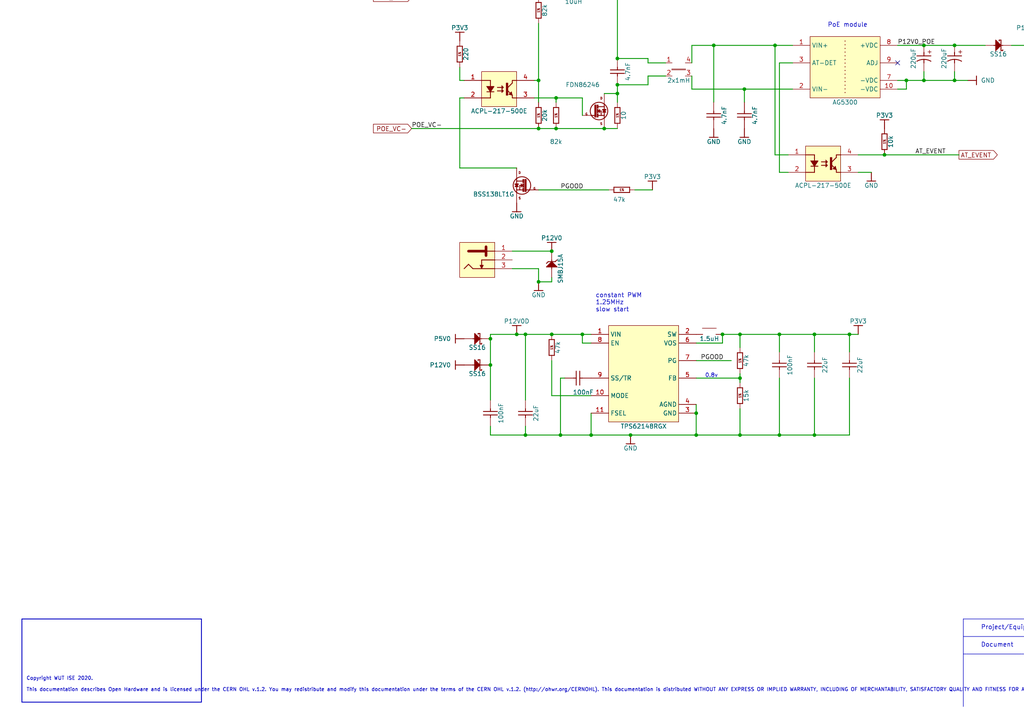
<source format=kicad_sch>
(kicad_sch (version 20220622) (generator eeschema)
  (paper "A4")
  (title_block (title "Supply & POE") (rev "2") (company "WUT ISE"))
  (junction (at 214.63 109.6772))
  (junction (at 267.97 13.1572))
  (junction (at 142.24 105.8672))
  (junction (at 276.86 23.3172))
  (junction (at 168.91 96.9772))
  (junction (at 160.02 96.9772))
  (junction (at 179.07 27.1272))
  (junction (at 156.21 81.7372))
  (junction (at 161.29 28.3972))
  (junction (at 149.86 96.9772))
  (junction (at 152.4 126.1872))
  (junction (at 201.93 126.1872))
  (junction (at 182.88 126.1872))
  (junction (at 209.55 96.9772))
  (junction (at 236.22 126.1872))
  (junction (at 160.02 72.8472))
  (junction (at 226.06 96.9772))
  (junction (at 256.54 44.9072))
  (junction (at 226.06 126.1872))
  (junction (at 161.29 37.2872))
  (junction (at 276.86 13.1572))
  (junction (at 156.21 23.3172))
  (junction (at 152.4 96.9772))
  (junction (at 156.21 37.2872))
  (junction (at 262.89 23.3172))
  (junction (at 156.21 -0.8128))
  (junction (at 179.07 24.5872))
  (junction (at 246.38 96.9772))
  (junction (at 224.79 13.1572))
  (junction (at 215.9 25.8572))
  (junction (at 175.26 37.2872))
  (junction (at 207.01 13.1572))
  (junction (at 142.24 98.2472))
  (junction (at 214.63 126.1872))
  (junction (at 214.63 96.9772))
  (junction (at 267.97 23.3172))
  (junction (at 162.56 126.1872))
  (junction (at 201.93 119.8372))
  (junction (at 236.22 96.9772))
  (junction (at 179.07 16.9672))
  (junction (at 171.45 126.1872))
  (no_connect (at 260.35 18.2372))
  (wire (pts (xy 156.21 29.6672) (xy 156.21 23.3172)) (stroke (width 0.254)))
  (wire (pts (xy 262.89 25.8572) (xy 262.89 23.3172)) (stroke (width 0.254)))
  (wire (pts (xy 119.38 37.2872) (xy 156.21 37.2872)) (stroke (width 0.254)))
  (wire (pts (xy 226.06 96.9772) (xy 226.06 102.0572)) (stroke (width 0.254)))
  (wire (pts (xy 209.55 96.9772) (xy 214.63 96.9772)) (stroke (width 0.254)))
  (wire (pts (xy 156.21 81.7372) (xy 156.21 77.9272)) (stroke (width 0.254)))
  (wire (pts (xy 160.02 114.7572) (xy 160.02 104.5972)) (stroke (width 0.254)))
  (wire (pts (xy 175.26 27.1272) (xy 179.07 27.1272)) (stroke (width 0.254)))
  (wire (pts (xy 214.63 109.6772) (xy 214.63 108.4072)) (stroke (width 0.254)))
  (wire (pts (xy 214.63 109.6772) (xy 214.63 110.9472)) (stroke (width 0.254)))
  (wire (pts (xy 201.93 109.6772) (xy 214.63 109.6772)) (stroke (width 0.254)))
  (wire (pts (xy 228.6 49.9872) (xy 226.06 49.9872)) (stroke (width 0.254)))
  (wire (pts (xy 133.35 28.3972) (xy 133.35 48.7172)) (stroke (width 0.254)))
  (wire (pts (xy 152.4 116.0272) (xy 152.4 96.9772)) (stroke (width 0.254)))
  (wire (pts (xy 171.45 96.9772) (xy 168.91 96.9772)) (stroke (width 0.254)))
  (wire (pts (xy 262.89 23.3172) (xy 260.35 23.3172)) (stroke (width 0.254)))
  (wire (pts (xy 226.06 18.2372) (xy 229.87 18.2372)) (stroke (width 0.254)))
  (wire (pts (xy 200.66 25.8572) (xy 215.9 25.8572)) (stroke (width 0.254)))
  (wire (pts (xy 171.45 126.1872) (xy 182.88 126.1872)) (stroke (width 0.254)))
  (wire (pts (xy 260.35 25.8572) (xy 262.89 25.8572)) (stroke (width 0.254)))
  (wire (pts (xy 298.45 13.1572) (xy 293.37 13.1572)) (stroke (width 0.254)))
  (wire (pts (xy 214.63 126.1872) (xy 201.93 126.1872)) (stroke (width 0.254)))
  (wire (pts (xy 280.67 23.3172) (xy 276.86 23.3172)) (stroke (width 0.254)))
  (wire (pts (xy 156.21 55.0672) (xy 176.53 55.0672)) (stroke (width 0.254)))
  (wire (pts (xy 160.02 81.7372) (xy 156.21 81.7372)) (stroke (width 0.254)))
  (wire (pts (xy 200.66 18.2372) (xy 200.66 13.1572)) (stroke (width 0.254)))
  (wire (pts (xy 187.96 18.2372) (xy 193.04 18.2372)) (stroke (width 0.254)))
  (wire (pts (xy 236.22 96.9772) (xy 236.22 102.0572)) (stroke (width 0.254)))
  (wire (pts (xy 156.21 37.2872) (xy 161.29 37.2872)) (stroke (width 0.254)))
  (wire (pts (xy 168.91 96.9772) (xy 160.02 96.9772)) (stroke (width 0.254)))
  (wire (pts (xy 267.97 23.3172) (xy 262.89 23.3172)) (stroke (width 0.254)))
  (wire (pts (xy 179.07 -0.8128) (xy 179.07 16.9672)) (stroke (width 0.254)))
  (wire (pts (xy 156.21 -0.8128) (xy 162.56 -0.8128)) (stroke (width 0.254)))
  (wire (pts (xy 276.86 13.1572) (xy 285.75 13.1572)) (stroke (width 0.254)))
  (wire (pts (xy 171.45 99.5172) (xy 168.91 99.5172)) (stroke (width 0.254)))
  (wire (pts (xy 142.24 123.6472) (xy 142.24 126.1872)) (stroke (width 0.254)))
  (wire (pts (xy 201.93 126.1872) (xy 182.88 126.1872)) (stroke (width 0.254)))
  (wire (pts (xy 224.79 44.9072) (xy 228.6 44.9072)) (stroke (width 0.254)))
  (wire (pts (xy 133.35 48.7172) (xy 149.86 48.7172)) (stroke (width 0.254)))
  (wire (pts (xy 200.66 13.1572) (xy 207.01 13.1572)) (stroke (width 0.254)))
  (wire (pts (xy 236.22 126.1872) (xy 226.06 126.1872)) (stroke (width 0.254)))
  (wire (pts (xy 170.18 -0.8128) (xy 179.07 -0.8128)) (stroke (width 0.254)))
  (wire (pts (xy 276.86 20.7772) (xy 276.86 23.3172)) (stroke (width 0.254)))
  (wire (pts (xy 207.01 29.6672) (xy 207.01 13.1572)) (stroke (width 0.254)))
  (wire (pts (xy 189.23 55.0672) (xy 184.15 55.0672)) (stroke (width 0.254)))
  (wire (pts (xy 276.86 23.3172) (xy 267.97 23.3172)) (stroke (width 0.254)))
  (wire (pts (xy 200.66 22.0472) (xy 200.66 25.8572)) (stroke (width 0.254)))
  (wire (pts (xy 161.29 37.2872) (xy 175.26 37.2872)) (stroke (width 0.254)))
  (wire (pts (xy 160.02 96.9772) (xy 152.4 96.9772)) (stroke (width 0.254)))
  (wire (pts (xy 260.35 13.1572) (xy 267.97 13.1572)) (stroke (width 0.254)))
  (wire (pts (xy 187.96 16.9672) (xy 187.96 18.2372)) (stroke (width 0.254)))
  (wire (pts (xy 154.94 28.3972) (xy 161.29 28.3972)) (stroke (width 0.254)))
  (wire (pts (xy 236.22 109.6772) (xy 236.22 126.1872)) (stroke (width 0.254)))
  (wire (pts (xy 152.4 96.9772) (xy 149.86 96.9772)) (stroke (width 0.254)))
  (wire (pts (xy 236.22 96.9772) (xy 246.38 96.9772)) (stroke (width 0.254)))
  (wire (pts (xy 214.63 96.9772) (xy 226.06 96.9772)) (stroke (width 0.254)))
  (wire (pts (xy 162.56 126.1872) (xy 171.45 126.1872)) (stroke (width 0.254)))
  (wire (pts (xy 201.93 119.8372) (xy 201.93 126.1872)) (stroke (width 0.254)))
  (wire (pts (xy 246.38 96.9772) (xy 248.92 96.9772)) (stroke (width 0.254)))
  (wire (pts (xy 267.97 20.7772) (xy 267.97 23.3172)) (stroke (width 0.254)))
  (wire (pts (xy 161.29 29.6672) (xy 161.29 28.3972)) (stroke (width 0.254)))
  (wire (pts (xy 214.63 118.5672) (xy 214.63 126.1872)) (stroke (width 0.254)))
  (wire (pts (xy 156.21 77.9272) (xy 148.59 77.9272)) (stroke (width 0.254)))
  (wire (pts (xy 163.83 109.6772) (xy 162.56 109.6772)) (stroke (width 0.254)))
  (wire (pts (xy 171.45 114.7572) (xy 160.02 114.7572)) (stroke (width 0.254)))
  (wire (pts (xy 142.24 105.8672) (xy 142.24 116.0272)) (stroke (width 0.254)))
  (wire (pts (xy 298.45 11.8872) (xy 298.45 13.1572)) (stroke (width 0.254)))
  (wire (pts (xy 187.96 22.0472) (xy 193.04 22.0472)) (stroke (width 0.254)))
  (wire (pts (xy 179.07 29.6672) (xy 179.07 27.1272)) (stroke (width 0.254)))
  (wire (pts (xy 119.38 -0.8128) (xy 156.21 -0.8128)) (stroke (width 0.254)))
  (wire (pts (xy 215.9 25.8572) (xy 229.87 25.8572)) (stroke (width 0.254)))
  (wire (pts (xy 226.06 126.1872) (xy 214.63 126.1872)) (stroke (width 0.254)))
  (wire (pts (xy 179.07 24.5872) (xy 187.96 24.5872)) (stroke (width 0.254)))
  (wire (pts (xy 226.06 109.6772) (xy 226.06 126.1872)) (stroke (width 0.254)))
  (wire (pts (xy 246.38 126.1872) (xy 236.22 126.1872)) (stroke (width 0.254)))
  (wire (pts (xy 142.24 126.1872) (xy 152.4 126.1872)) (stroke (width 0.254)))
  (wire (pts (xy 175.26 37.2872) (xy 179.07 37.2872)) (stroke (width 0.254)))
  (wire (pts (xy 214.63 100.7872) (xy 214.63 96.9772)) (stroke (width 0.254)))
  (wire (pts (xy 149.86 96.9772) (xy 142.24 96.9772)) (stroke (width 0.254)))
  (wire (pts (xy 156.21 23.3172) (xy 156.21 6.8072)) (stroke (width 0.254)))
  (wire (pts (xy 187.96 24.5872) (xy 187.96 22.0472)) (stroke (width 0.254)))
  (wire (pts (xy 133.35 23.3172) (xy 134.62 23.3172)) (stroke (width 0.254)))
  (wire (pts (xy 278.13 44.9072) (xy 256.54 44.9072)) (stroke (width 0.254)))
  (wire (pts (xy 246.38 109.6772) (xy 246.38 126.1872)) (stroke (width 0.254)))
  (wire (pts (xy 171.45 119.8372) (xy 171.45 126.1872)) (stroke (width 0.254)))
  (wire (pts (xy 142.24 98.2472) (xy 142.24 105.8672)) (stroke (width 0.254)))
  (wire (pts (xy 252.73 49.9872) (xy 248.92 49.9872)) (stroke (width 0.254)))
  (wire (pts (xy 148.59 72.8472) (xy 160.02 72.8472)) (stroke (width 0.254)))
  (wire (pts (xy 212.09 104.5972) (xy 201.93 104.5972)) (stroke (width 0.254)))
  (wire (pts (xy 168.91 99.5172) (xy 168.91 96.9772)) (stroke (width 0.254)))
  (wire (pts (xy 215.9 29.6672) (xy 215.9 25.8572)) (stroke (width 0.254)))
  (wire (pts (xy 224.79 13.1572) (xy 224.79 44.9072)) (stroke (width 0.254)))
  (wire (pts (xy 160.02 80.4672) (xy 160.02 81.7372)) (stroke (width 0.254)))
  (wire (pts (xy 201.93 99.5172) (xy 209.55 99.5172)) (stroke (width 0.254)))
  (wire (pts (xy 142.24 96.9772) (xy 142.24 98.2472)) (stroke (width 0.254)))
  (wire (pts (xy 246.38 102.0572) (xy 246.38 96.9772)) (stroke (width 0.254)))
  (wire (pts (xy 209.55 99.5172) (xy 209.55 96.9772)) (stroke (width 0.254)))
  (wire (pts (xy 236.22 96.9772) (xy 226.06 96.9772)) (stroke (width 0.254)))
  (wire (pts (xy 256.54 44.9072) (xy 248.92 44.9072)) (stroke (width 0.254)))
  (wire (pts (xy 207.01 13.1572) (xy 224.79 13.1572)) (stroke (width 0.254)))
  (wire (pts (xy 267.97 13.1572) (xy 276.86 13.1572)) (stroke (width 0.254)))
  (wire (pts (xy 226.06 49.9872) (xy 226.06 18.2372)) (stroke (width 0.254)))
  (wire (pts (xy 179.07 16.9672) (xy 187.96 16.9672)) (stroke (width 0.254)))
  (wire (pts (xy 168.91 28.3972) (xy 168.91 33.4772)) (stroke (width 0.254)))
  (wire (pts (xy 162.56 109.6772) (xy 162.56 126.1872)) (stroke (width 0.254)))
  (wire (pts (xy 152.4 126.1872) (xy 162.56 126.1872)) (stroke (width 0.254)))
  (wire (pts (xy 161.29 28.3972) (xy 168.91 28.3972)) (stroke (width 0.254)))
  (wire (pts (xy 224.79 13.1572) (xy 229.87 13.1572)) (stroke (width 0.254)))
  (wire (pts (xy 154.94 23.3172) (xy 156.21 23.3172)) (stroke (width 0.254)))
  (wire (pts (xy 134.62 28.3972) (xy 133.35 28.3972)) (stroke (width 0.254)))
  (wire (pts (xy 152.4 123.6472) (xy 152.4 126.1872)) (stroke (width 0.254)))
  (wire (pts (xy 179.07 27.1272) (xy 179.07 24.5872)) (stroke (width 0.254)))
  (wire (pts (xy 201.93 117.2972) (xy 201.93 119.8372)) (stroke (width 0.254)))
  (wire (pts (xy 133.35 19.5072) (xy 133.35 23.3172)) (stroke (width 0.254)))
  (polyline (pts (xy 414.02 194.7672) (xy 360.68 194.7672)) (stroke (width 0) (type solid)))
  (polyline (pts (xy 403.86 199.8472) (xy 403.86 204.9272)) (stroke (width 0) (type solid)))
  (polyline (pts (xy 414.02 184.6072) (xy 279.4 184.6072)) (stroke (width 0) (type solid)))
  (polyline (pts (xy 414.02 192.2272) (xy 360.68 192.2272)) (stroke (width 0) (type solid)))
  (polyline (pts (xy 396.24 184.6072) (xy 396.24 194.7672)) (stroke (width 0) (type solid)))
  (polyline (pts (xy 414.02 199.8472) (xy 297.18 199.8472)) (stroke (width 0) (type solid)))
  (polyline (pts (xy 360.68 184.6072) (xy 360.68 199.8472)) (stroke (width 0) (type solid)))
  (polyline (pts (xy 279.4 179.5272) (xy 279.4 204.9272)) (stroke (width 0) (type solid)))
  (polyline (pts (xy 58.42 179.5272) (xy 6.35 179.5272) (xy 6.35 203.6572) (xy 58.42 203.6572) (xy 58.42 179.5272)) (stroke (width 0.254) (type solid)))
  (polyline (pts (xy 414.02 187.1472) (xy 360.68 187.1472)) (stroke (width 0) (type solid)))
  (polyline (pts (xy 414.02 189.6872) (xy 360.68 189.6872)) (stroke (width 0) (type solid)))
  (polyline (pts (xy 414.02 179.5272) (xy 279.4 179.5272)) (stroke (width 0) (type solid)))
  (polyline (pts (xy 408.94 199.8472) (xy 408.94 204.9272)) (stroke (width 0) (type solid)))
  (polyline (pts (xy 297.18 189.6872) (xy 297.18 204.9272)) (stroke (width 0) (type solid)))
  (polyline (pts (xy 297.18 189.6872) (xy 279.4 189.6872)) (stroke (width 0) (type solid)))
  (polyline (pts (xy 342.9 199.8472) (xy 342.9 204.9272)) (stroke (width 0) (type solid)))
  (polyline (pts (xy 414.02 197.3072) (xy 360.68 197.3072)) (stroke (width 0) (type solid)))
  (image (at 288.29 197.3072) (scale 0.500071))
  (text "${ADDRESS1}" (at 302.26 201.1172 0) (effects (font (size 1.27 1.27) italic) (justify left)))
  (text "${ADDRESS3}" (at 358.14 202.3872 0) (effects (font (size 1.27 1.27)) (justify left)))
  (text "Check.by" (at 363.22 190.9572 0) (effects (font (size 1.27 1.27)) (justify left)))
  (text "${DESIGNER}" (at 373.38 185.8772 0) (effects (font (size 1.27 1.27)) (justify left)))
  (text "Project/Equipment" (at 284.48 182.0672 0) (effects (font (size 1.27 1.27)) (justify left)))
  (text "A3" (at 406.4 202.6412 0) (effects (font (size 1.524 1.524))))
  (text "${CHECKEDDATE}" (at 398.78 190.9572 0) (effects (font (size 1.27 1.27)) (justify left)))
  (text "${##}" (at 410.21 198.5772 0) (effects (font (size 1.27 1.27))))
  (text "Document" (at 284.48 187.1472 0) (effects (font (size 1.27 1.27)) (justify left)))
  (text "${CREATEDATE}" (at 398.78 188.4172 0) (effects (font (size 1.27 1.27)) (justify left)))
  (text "${PROJECTNAME}" (at 307.34 182.0672 0) (effects (font (size 1.524 1.524)) (justify left)))
  (text "File" (at 363.22 196.0372 0) (effects (font (size 1.27 1.27)) (justify left)))
  (text "Drawn by" (at 363.22 188.4172 0) (effects (font (size 1.27 1.27)) (justify left)))
  (text "${CURRENTTIME}" (at 383.54 198.5772 0) (effects (font (size 1.016 1.016)) (justify left)))
  (text "Rev" (at 411.48 200.6092 0) (effects (font (size 0.762 0.762))))
  (text "${ADDRESS2}" (at 302.26 203.6572 0) (effects (font (size 1.27 1.27) italic) (justify left)))
  (text "${MODIFIEDBY}" (at 373.38 193.4972 0) (effects (font (size 1.27 1.27)) (justify left)))
  (text "of" (at 407.67 198.5772 0) (effects (font (size 1.27 1.27))))
  (text "${#}" (at 405.13 198.5772 0) (effects (font (size 1.27 1.27))))
  (text "Print Date" (at 363.22 198.5772 0) (effects (font (size 1.016 1.016)) (justify left)))
  (text "Size" (at 406.4 200.6092 0) (effects (font (size 0.762 0.762))))
  (text "${CURRENT_DATE}" (at 373.38 198.5772 0) (effects (font (size 1.016 1.016)) (justify left)))
  (text "Sheet" (at 402.59 198.5772 0) (effects (font (size 1.27 1.27)) (justify right)))
  (text "${FILENAME}" (at 373.38 196.0372 0) (effects (font (size 1.27 1.27)) (justify left)))
  (text "${DRAWNBY}" (at 373.38 188.4172 0) (effects (font (size 1.27 1.27)) (justify left)))
  (text "${CHECKEDBY}" (at 373.38 190.9572 0) (effects (font (size 1.27 1.27)) (justify left)))
  (text "Last Mod." (at 363.22 193.4972 0) (effects (font (size 1.27 1.27)) (justify left)))
  (text "${TITLE}" (at 327.66 189.6872 0) (effects (font (size 2.54 2.54) bold italic)))
  (text "constant PWM\n1.25MHz\nslow start" (at 172.72 90.6272 0) (effects (font (size 1.27 1.27)) (justify left bottom)))
  (text "${REVISION}" (at 411.48 202.6412 0) (effects (font (size 1.524 1.524))))
  (text "Designer" (at 363.22 185.8772 0) (effects (font (size 1.27 1.27)) (justify left)))
  (text "Contact" (at 346.71 202.3872 0) (effects (font (size 1.27 1.27)) (justify left)))
  (text "PoE module" (at 240.03 8.0772 0) (effects (font (size 1.27 1.27)) (justify left bottom)))
  (text "${MODIFIEDDATE}" (at 398.78 193.4972 0) (effects (font (size 1.27 1.27)) (justify left)))
  (text "${TITLE2}" (at 327.66 194.7672 0) (effects (font (size 2.54 2.54) bold italic)))
  (text "0.8v" (at 204.47 109.6772 0) (effects (font (size 1.143 1.143)) (justify left bottom)))
  (text "Copyright WUT ISE 2020.\n\nThis documentation describes Open Hardware and is licensed under the CERN OHL v.1.2. You may redistribute and modify this documentation under the terms of the CERN OHL v.1.2. (http://ohwr.org/CERNOHL). This documentation is distributed WITHOUT ANY EXPRESS OR IMPLIED WARRANTY, INCLUDING OF MERCHANTABILITY, SATISFACTORY QUALITY AND FITNESS FOR A PARTICULAR PURPOSE. Please see the CERN OHL v.1.2 for applicable conditions.\n\n" (at 7.62 202.3872 0) (effects (font (size 1.016 1.016)) (justify left bottom)))
  (label "AT_EVENT" (at 265.43 44.9072 0))
  (label "P12V0_POE" (at 260.35 13.1572 0))
  (label "PGOOD" (at 162.56 55.0672 0))
  (label "POE_VC+" (at 119.38 -0.8128 0))
  (label "PGOOD" (at 203.2 104.5972 0))
  (label "POE_VC-" (at 119.38 37.2872 0))
  (global_label "POE_VC+" (shape input) (at 119.38 -0.8128 180) (property "Intersheetrefs" "${INTERSHEET_REFS}" (at 0 0 0)))
  (global_label "AT_EVENT" (shape output) (at 278.13 44.9072 0) (property "Intersheetrefs" "${INTERSHEET_REFS}" (at 0 0 0)))
  (global_label "POE_VC-" (shape input) (at 119.38 37.2872 180) (property "Intersheetrefs" "${INTERSHEET_REFS}" (at 0 0 0)))
  (symbol (lib_id "Supply-altium-import:3_Capacitor - polarized") (at 276.86 13.1572 0) (unit 1)
    (default_instance (reference "U") (unit 1) (value "") (footprint ""))
    (property "Reference" "C9" (effects hide))
    (property "Value" "${ALTIUM_VALUE}" (at 273.812 16.9672 90))
    (property "Footprint" "CAPMP7343X430N" (effects hide))
    (property "PART NUMBER" "CTE7343-43_220UF_16V_10%" (effects hide))
    (property "COMPONENT KIND" "Standard" (effects hide))
    (property "COMPONENT TYPE" "Standard" (effects hide))
    (property "FOOTPRINT" "CAPMP7343X430N" (effects hide))
    (property "PIN COUNT" "2" (effects hide))
    (property "ALTIUM_VALUE" "220uF" (effects hide))
    (property "STATUS" "Preferred" (effects hide))
    (property "VOLTAGE" "16V" (effects hide))
    (property "TOLERANCE" "±10%" (effects hide))
    (property "PART DESCRIPTION" "Solid Tantalum Chip Capacitor" (effects hide))
    (property "MANUFACTURER" "GENERIC" (effects hide))
    (property "MANUFACTURER PART NUMBER" "CTE7343-43_220UF_16V_10%" (effects hide))
    (property "CASE" "E" (effects hide))
    (property "MOUNTED" "Yes" (effects hide))
    (property "SOCKET" "No" (effects hide))
    (property "SMD" "Yes" (effects hide))
    (property "SENSE" "No" (effects hide))
    (property "MANUFACTURER1 EXAMPLE" "AVX" (effects hide))
    (property "MANUFACTURER1 PART NUMBER" "TAJE227K016R" (effects hide))
    (property "MANUFACTURER1 COMPONENTHEIGHT" "4.3mm" (effects hide))
    (property "HELPURL" "~{\\}cern.c~{h}df~{s}Application~{s}Altiu~{m}Datasheet~{s}CTE_AVX_TAJ.pdf" (effects hide))
    (property "AUTHOR" "CERN DEM JLC" (effects hide))
    (property "CREATEDATE" "03.12.2007" (effects hide))
    (property "LATESTREVISIONDATE" "03.12.2007" (effects hide))
  )
  (symbol (lib_id "Supply-altium-import:1_Resistor - 1%") (at 256.54 44.9072 0) (unit 1)
    (default_instance (reference "U") (unit 1) (value "") (footprint ""))
    (property "Reference" "R95" (effects hide))
    (property "Value" "${ALTIUM_VALUE}" (at 258.318 41.0972 90))
    (property "Footprint" "RESC1005X40N" (effects hide))
    (property "PART NUMBER" "R0402_10K_1%_0.0625W_100PPM" (effects hide))
    (property "COMPONENT KIND" "Standard" (effects hide))
    (property "COMPONENT TYPE" "Standard" (effects hide))
    (property "FOOTPRINT" "RESC1005X40N" (effects hide))
    (property "PIN COUNT" "2" (effects hide))
    (property "ALTIUM_VALUE" "10k" (effects hide))
    (property "STATUS" "Not Recommended" (effects hide))
    (property "POWER" "0.0625W" (effects hide))
    (property "TC" "±100ppm/°C" (effects hide))
    (property "TOLERANCE" "±1%" (effects hide))
    (property "PART DESCRIPTION" "General Purpose Thick Film Chip Resistor" (effects hide))
    (property "MANUFACTURER" "GENERIC" (effects hide))
    (property "MANUFACTURER PART NUMBER" "R0402_10K_1%_0.0625W_100PPM" (effects hide))
    (property "CASE" "0402" (effects hide))
    (property "PRESSFIT" "No" (effects hide))
    (property "MOUNTED" "Yes" (effects hide))
    (property "SENSE" "No" (effects hide))
    (property "SOCKET" "No" (effects hide))
    (property "SMD" "Yes" (effects hide))
    (property "MANUFACTURER1 EXAMPLE" "YAGEO PHYCOMP" (effects hide))
    (property "MANUFACTURER1 PART NUMBER" "232270671003L" (effects hide))
    (property "MANUFACTURER1 COMPONENTHEIGHT" "0.4mm" (effects hide))
    (property "HELPURL" "~{\\}cern.c~{h}df~{s}Application~{s}Altiu~{m}Datasheet~{s}R0402_Phycomp_RC0402.pdf" (effects hide))
    (property "AUTHOR" "CERN DEM JLC" (effects hide))
    (property "CREATEDATE" "03.12.2007" (effects hide))
    (property "LATESTREVISIONDATE" "17.10.2012" (effects hide))
  )
  (symbol (lib_id "Supply-altium-import:1_Resistor - 1%") (at 214.63 108.4072 0) (unit 1)
    (default_instance (reference "U") (unit 1) (value "") (footprint ""))
    (property "Reference" "R134" (effects hide))
    (property "Value" "${ALTIUM_VALUE}" (at 216.408 104.5972 90))
    (property "Footprint" "RESC1608X55N" (effects hide))
    (property "PART NUMBER" "R0603_47K_1%_0.1W_100PPM" (effects hide))
    (property "COMPONENT KIND" "Standard" (effects hide))
    (property "COMPONENT TYPE" "Standard" (effects hide))
    (property "FOOTPRINT" "RESC1608X55N" (effects hide))
    (property "PIN COUNT" "2" (effects hide))
    (property "ALTIUM_VALUE" "47k" (effects hide))
    (property "STATUS" "Preferred" (effects hide))
    (property "POWER" "0.1W" (effects hide))
    (property "TC" "±100ppm/°C" (effects hide))
    (property "TOLERANCE" "±1%" (effects hide))
    (property "PART DESCRIPTION" "General Purpose Thick Film Chip Resistor" (effects hide))
    (property "MANUFACTURER" "GENERIC" (effects hide))
    (property "MANUFACTURER PART NUMBER" "R0603_47K_1%_0.1W_100PPM" (effects hide))
    (property "CASE" "0603" (effects hide))
    (property "MOUNTED" "Yes" (effects hide))
    (property "SENSE" "No" (effects hide))
    (property "SOCKET" "No" (effects hide))
    (property "SMD" "Yes" (effects hide))
    (property "MANUFACTURER1 EXAMPLE" "NIC COMPONENT" (effects hide))
    (property "MANUFACTURER1 PART NUMBER" "NRC06F4702TRF" (effects hide))
    (property "MANUFACTURER1 COMPONENTHEIGHT" "0.55mm" (effects hide))
    (property "HELPURL" "~{\\}cern.c~{h}df~{s}Application~{s}Altiu~{m}Datasheet~{s}R0603_NIC_NRC.pdf" (effects hide))
    (property "AUTHOR" "CERN DEM JLC" (effects hide))
    (property "CREATEDATE" "03.12.2007" (effects hide))
    (property "LATESTREVISIONDATE" "13.03.2008" (effects hide))
  )
  (symbol (lib_id "Supply-altium-import:0_Diode Schottky") (at 285.75 13.1572 0) (unit 1)
    (default_instance (reference "U") (unit 1) (value "") (footprint ""))
    (property "Reference" "D10" (effects hide))
    (property "Value" "${DEVICE}" (at 289.56 15.6972 0))
    (property "Footprint" "DIOM5127X229N" (effects hide))
    (property "PART NUMBER" "SS16" (effects hide))
    (property "COMPONENT KIND" "Standard" (effects hide))
    (property "COMPONENT TYPE" "Standard" (effects hide))
    (property "DEVICE" "SS16" (effects hide))
    (property "FOOTPRINT" "DIOM5127X229N" (effects hide))
    (property "PACKAGEDESCRIPTION" "DO-214-AC Molded Diode, Body 5.1x2.7mm, IPC Medium Density" (effects hide))
    (property "VOLTAGE" "60V" (effects hide))
    (property "POWER" "1A" (effects hide))
    (property "PART DESCRIPTION" "Surface Mount Schottky Barrier Rectifier" (effects hide))
    (property "MANUFACTURER" "VISHAY GENERAL SEMICONDUCTOR" (effects hide))
    (property "MANUFACTURER PART NUMBER" "SS16" (effects hide))
    (property "PIN COUNT" "2" (effects hide))
    (property "CASE" "DO-214AC" (effects hide))
    (property "MOUNTED" "Yes" (effects hide))
    (property "SOCKET" "No" (effects hide))
    (property "SMD" "Yes" (effects hide))
    (property "PRESSFIT" "No" (effects hide))
    (property "SENSE" "No" (effects hide))
    (property "BONDING" "No" (effects hide))
    (property "COMPONENTHEIGHT" "2.29mm" (effects hide))
    (property "HELPURL" "~{\\}cern.c~{h}df~{s}Application~{s}Altiu~{m}Datasheet~{s}SS16.pdf" (effects hide))
    (property "AUTHOR" "CERN DEM JLC" (effects hide))
    (property "CREATEDATE" "15.07.2008" (effects hide))
    (property "LATESTREVISIONDATE" "23.08.2010" (effects hide))
  )
  (symbol (lib_id "Supply-altium-import:1_Capacitor - non polarized") (at 246.38 109.6772 0) (unit 1)
    (default_instance (reference "U") (unit 1) (value "") (footprint ""))
    (property "Reference" "C4" (effects hide))
    (property "Value" "${ALTIUM_VALUE}" (at 249.428 105.8672 90))
    (property "Footprint" "CAPC2012X135N" (effects hide))
    (property "PART NUMBER" "CC0805_22UF_16V_10%_X5R" (effects hide))
    (property "COMPONENT KIND" "Standard" (effects hide))
    (property "COMPONENT TYPE" "Standard" (effects hide))
    (property "FOOTPRINT" "CAPC2012X135N" (effects hide))
    (property "PIN COUNT" "2" (effects hide))
    (property "ALTIUM_VALUE" "22uF" (effects hide))
    (property "STATUS" "Preferred" (effects hide))
    (property "VOLTAGE" "16V" (effects hide))
    (property "TC" "X5R" (effects hide))
    (property "TOLERANCE" "±10%" (effects hide))
    (property "PART DESCRIPTION" "SMD Multilayer Chip Ceramic Capacitor" (effects hide))
    (property "MANUFACTURER" "GENERIC" (effects hide))
    (property "MANUFACTURER PART NUMBER" "CC0805_22UF_16V_10%_X5R" (effects hide))
    (property "CASE" "0805" (effects hide))
    (property "MOUNTED" "Yes" (effects hide))
    (property "SOCKET" "No" (effects hide))
    (property "SMD" "Yes" (effects hide))
    (property "SENSE" "No" (effects hide))
    (property "MANUFACTURER1 EXAMPLE" "TDK" (effects hide))
    (property "MANUFACTURER1 PART NUMBER" "C2012X5R1C226KT" (effects hide))
    (property "MANUFACTURER1 COMPONENTHEIGHT" "1.35mm" (effects hide))
    (property "HELPURL" "~{\\}cern.c~{h}df~{s}Application~{s}Altiu~{m}Datasheet~{s}CC0805_X5R_TDK_C.pdf" (effects hide))
    (property "AUTHOR" "CERN DEM JLC" (effects hide))
    (property "CREATEDATE" "25.10.2012" (effects hide))
    (property "LATESTREVISIONDATE" "25.10.2012" (effects hide))
  )
  (symbol (lib_id "Supply-altium-import:0_Optocoupler Type7") (at 233.68 42.3672 0) (unit 1)
    (default_instance (reference "U") (unit 1) (value "") (footprint ""))
    (property "Reference" "IC16" (effects hide))
    (property "Value" "${DEVICE}" (at 238.76 53.7972 0))
    (property "Footprint" "SOIC127P700X242-4N" (effects hide))
    (property "PART NUMBER" "ACPL-217-500E" (effects hide))
    (property "COMPONENT KIND" "Standard" (effects hide))
    (property "COMPONENT TYPE" "Standard" (effects hide))
    (property "DEVICE" "ACPL-217-500E" (effects hide))
    (property "FOOTPRINT" "SOIC127P700X242-4N" (effects hide))
    (property "PACKAGEDESCRIPTION" "SOIC, 1.27mm, pitch; 4 pin, 2.60mm W X 4.40mm L X 2.42mm H body, IPC Medium Density" (effects hide))
    (property "STATUS" "Not Recommended" (effects hide))
    (property "PART DESCRIPTION" "DC Input, Half-Pitch Phototransistor Optocoupler" (effects hide))
    (property "MANUFACTURER" "AVAGO TECHNOLOGIES" (effects hide))
    (property "MANUFACTURER PART NUMBER" "ACPL-217-500E" (effects hide))
    (property "PIN COUNT" "4" (effects hide))
    (property "CASE" "SOIC4" (effects hide))
    (property "MOUNTED" "Yes" (effects hide))
    (property "SOCKET" "No" (effects hide))
    (property "SMD" "Yes" (effects hide))
    (property "PRESSFIT" "No" (effects hide))
    (property "SENSE" "No" (effects hide))
    (property "BONDING" "No" (effects hide))
    (property "COMPONENTHEIGHT" "2.42mm" (effects hide))
    (property "HELPURL" "~{\\}cern.c~{h}df~{s}Application~{s}Altiu~{m}Datasheet~{s}ACPL-217-500E.pdf" (effects hide))
    (property "AUTHOR" "CERN DEM JLC" (effects hide))
    (property "CREATEDATE" "11.11.2014" (effects hide))
    (property "LATESTREVISIONDATE" "11.11.2014" (effects hide))
  )
  (symbol (lib_id "Supply-altium-import:0_mirrored_CLIFF_FC68148(DC-10A)") (at 143.51 70.3072 0) (unit 1)
    (default_instance (reference "U") (unit 1) (value "") (footprint ""))
    (property "Reference" "J36" (effects hide))
    (property "Value" "${FAMILY}" (effects hide))
    (property "Footprint" "CLIFF_FC68148(DC-10A)" (effects hide))
    (property "PART NUMBER" "CLIFF_FC68148(DC-10A)" (effects hide))
    (property "COMPONENT KIND" "Standard" (effects hide))
    (property "COMPONENT TYPE" "Standard" (effects hide))
    (property "FOOTPRINT" "CLIFF_FC68148(DC-10A)" (effects hide))
    (property "PIN COUNT" "3" (effects hide))
    (property "FAMILY" "Jack" (effects hide))
    (property "MOUNTED" "Yes" (effects hide))
    (property "SOCKET" "No" (effects hide))
    (property "PRESSFIT" "No" (effects hide))
    (property "SMD" "No" (effects hide))
    (property "SENSE" "No" (effects hide))
    (property "STATUS" "None" (effects hide))
    (property "PART DESCRIPTION" "12V/5A, 2.1mm Diameter Pin, DC Power Socket With  Switch (DC10A Type)" (effects hide))
    (property "MANUFACTURER" "CLIFF ELECTRONIC COMPONENTS" (effects hide))
    (property "MANUFACTURER PART NUMBER" "FC68148 (DC-10A)" (effects hide))
    (property "COMPONENTHEIGHT" "11mm" (effects hide))
    (property "HELPURL" "~{\\}cern.c~{h}df~{s}Application~{s}Altiu~{m}Datasheet~{s}CLIFF_FC68148(DC-10A).pdf" (effects hide))
    (property "AUTHOR" "CERN DEM JLC" (effects hide))
    (property "CREATEDATE" "23/11/2010" (effects hide))
    (property "LATESTREVISIONDATE" "23/11/2010" (effects hide))
  )
  (symbol (lib_id "Supply-altium-import:1_Capacitor - non polarized") (at 226.06 109.6772 0) (unit 1)
    (default_instance (reference "U") (unit 1) (value "") (footprint ""))
    (property "Reference" "C178" (effects hide))
    (property "Value" "${ALTIUM_VALUE}" (at 229.108 105.8672 90))
    (property "Footprint" "CAPC1005X55N" (effects hide))
    (property "PART NUMBER" "CC0402_100NF_16V_10%_X5R" (effects hide))
    (property "COMPONENT KIND" "Standard" (effects hide))
    (property "COMPONENT TYPE" "Standard" (effects hide))
    (property "FOOTPRINT" "CAPC1005X55N" (effects hide))
    (property "PIN COUNT" "2" (effects hide))
    (property "ALTIUM_VALUE" "100nF" (effects hide))
    (property "STATUS" "None" (effects hide))
    (property "VOLTAGE" "16V" (effects hide))
    (property "TC" "X5R" (effects hide))
    (property "TOLERANCE" "±10%" (effects hide))
    (property "PART DESCRIPTION" "SMD Multilayer Chip Ceramic Capacitor" (effects hide))
    (property "MANUFACTURER" "GENERIC" (effects hide))
    (property "MANUFACTURER PART NUMBER" "CC0402_100NF_16V_10%_X5R" (effects hide))
    (property "CASE" "0402" (effects hide))
    (property "MOUNTED" "Yes" (effects hide))
    (property "SOCKET" "No" (effects hide))
    (property "SMD" "Yes" (effects hide))
    (property "SENSE" "No" (effects hide))
    (property "MANUFACTURER1 EXAMPLE" "MURATA" (effects hide))
    (property "MANUFACTURER1 PART NUMBER" "GRM155R61C104KA88D" (effects hide))
    (property "MANUFACTURER1 COMPONENTHEIGHT" "0.55mm" (effects hide))
    (property "HELPURL" "~{\\}cern.c~{h}df~{s}Application~{s}Altiu~{m}Datasheet~{s}CC0402_X5R_MURATA_GRM.pdf" (effects hide))
    (property "AUTHOR" "CERN DEM JLC" (effects hide))
    (property "CREATEDATE" "10.12.2013" (effects hide))
    (property "LATESTREVISIONDATE" "10.12.2013" (effects hide))
  )
  (symbol (lib_id "Supply-altium-import:0_Inductor Common Mode 1Dot-4 2Dot-3") (at 193.04 22.0472 0) (unit 1)
    (default_instance (reference "U") (unit 1) (value "") (footprint ""))
    (property "Reference" "L8" (effects hide))
    (property "Value" "${ALTIUM_VALUE}" (at 196.85 23.3172 0))
    (property "Footprint" "IND_WURTH_WE-SL2" (effects hide))
    (property "PART NUMBER" "IND_1MH_50%_WURTH_WE-SL2-744222" (effects hide))
    (property "COMPONENT KIND" "Standard" (effects hide))
    (property "COMPONENT TYPE" "Standard" (effects hide))
    (property "FOOTPRINT" "IND_WURTH_WE-SL2" (effects hide))
    (property "PIN COUNT" "4" (effects hide))
    (property "ALTIUM_VALUE" "2x1mH" (effects hide))
    (property "STATUS" "None" (effects hide))
    (property "POWER" "800mA" (effects hide))
    (property "RESISTANCE" "0.31R" (effects hide))
    (property "TOLERANCE" "±50%" (effects hide))
    (property "PART DESCRIPTION" "Common Mode SMD Line Filter (WE-SL2 Series)" (effects hide))
    (property "MANUFACTURER" "WURTH ELEKTRONIK" (effects hide))
    (property "MANUFACTURER PART NUMBER" "744222" (effects hide))
    (property "MOUNTED" "Yes" (effects hide))
    (property "SOCKET" "No" (effects hide))
    (property "SMD" "Yes" (effects hide))
    (property "SENSE" "No" (effects hide))
    (property "COMPONENTHEIGHT" "5.3mm" (effects hide))
    (property "HELPURL" "~{\\}cern.c~{h}df~{s}Application~{s}Altiu~{m}Datasheet~{s}IND_WURTH_WE-SL2_744222.pdf" (effects hide))
    (property "AUTHOR" "CERN DEM JLC" (effects hide))
    (property "CREATEDATE" "04.06.2012" (effects hide))
    (property "LATESTREVISIONDATE" "15.10.2012" (effects hide))
  )
  (symbol (lib_id "Supply-altium-import:0_Inductor With Magnetic core") (at 162.56 -0.8128 0) (unit 1)
    (default_instance (reference "U") (unit 1) (value "") (footprint ""))
    (property "Reference" "L19" (effects hide))
    (property "Value" "${ALTIUM_VALUE}" (at 166.37 0.4572 0))
    (property "Footprint" "IND_MURATA-PS_8400" (effects hide))
    (property "PART NUMBER" "IND_10UH_10%_MURATA-PS_8400" (effects hide))
    (property "COMPONENT KIND" "Standard" (effects hide))
    (property "COMPONENT TYPE" "Standard" (effects hide))
    (property "FOOTPRINT" "IND_MURATA-PS_8400" (effects hide))
    (property "PIN COUNT" "2" (effects hide))
    (property "ALTIUM_VALUE" "10uH" (effects hide))
    (property "STATUS" "None" (effects hide))
    (property "POWER" "950mA" (effects hide))
    (property "RESISTANCE" "0.24R" (effects hide))
    (property "TOLERANCE" "±10%" (effects hide))
    (property "PART DESCRIPTION" "Miniature Surface Mount Power Inductor (8400 Serie)" (effects hide))
    (property "MANUFACTURER" "MURATA POWER SOLUTIONS" (effects hide))
    (property "MANUFACTURER PART NUMBER" "84103C" (effects hide))
    (property "MOUNTED" "Yes" (effects hide))
    (property "SOCKET" "No" (effects hide))
    (property "SMD" "Yes" (effects hide))
    (property "SENSE" "No" (effects hide))
    (property "COMPONENTHEIGHT" "2.9mm" (effects hide))
    (property "HELPURL" "~{\\}cern.c~{h}df~{s}Application~{s}Altiu~{m}Datasheet~{s}IND_MURATA-PS_8400.pdf" (effects hide))
    (property "AUTHOR" "CERN DEM JLC" (effects hide))
    (property "CREATEDATE" "02.07.2012" (effects hide))
    (property "LATESTREVISIONDATE" "02.07.2012" (effects hide))
  )
  (symbol (lib_id "Supply-altium-import:0_Diode Schottky") (at 134.62 105.8672 0) (unit 1)
    (default_instance (reference "U") (unit 1) (value "") (footprint ""))
    (property "Reference" "D14" (effects hide))
    (property "Value" "${DEVICE}" (at 138.43 108.4072 0))
    (property "Footprint" "DIOM5127X229N" (effects hide))
    (property "PART NUMBER" "SS16" (effects hide))
    (property "COMPONENT KIND" "Standard" (effects hide))
    (property "COMPONENT TYPE" "Standard" (effects hide))
    (property "DEVICE" "SS16" (effects hide))
    (property "FOOTPRINT" "DIOM5127X229N" (effects hide))
    (property "PACKAGEDESCRIPTION" "DO-214-AC Molded Diode, Body 5.1x2.7mm, IPC Medium Density" (effects hide))
    (property "VOLTAGE" "60V" (effects hide))
    (property "POWER" "1A" (effects hide))
    (property "PART DESCRIPTION" "Surface Mount Schottky Barrier Rectifier" (effects hide))
    (property "MANUFACTURER" "VISHAY GENERAL SEMICONDUCTOR" (effects hide))
    (property "MANUFACTURER PART NUMBER" "SS16" (effects hide))
    (property "PIN COUNT" "2" (effects hide))
    (property "CASE" "DO-214AC" (effects hide))
    (property "MOUNTED" "Yes" (effects hide))
    (property "SOCKET" "No" (effects hide))
    (property "SMD" "Yes" (effects hide))
    (property "PRESSFIT" "No" (effects hide))
    (property "SENSE" "No" (effects hide))
    (property "BONDING" "No" (effects hide))
    (property "COMPONENTHEIGHT" "2.29mm" (effects hide))
    (property "HELPURL" "~{\\}cern.c~{h}df~{s}Application~{s}Altiu~{m}Datasheet~{s}SS16.pdf" (effects hide))
    (property "AUTHOR" "CERN DEM JLC" (effects hide))
    (property "CREATEDATE" "15.07.2008" (effects hide))
    (property "LATESTREVISIONDATE" "23.08.2010" (effects hide))
  )
  (symbol (lib_id "Supply-altium-import:0_Optocoupler Type7") (at 139.7 20.7772 0) (unit 1)
    (default_instance (reference "U") (unit 1) (value "") (footprint ""))
    (property "Reference" "IC15" (effects hide))
    (property "Value" "${DEVICE}" (at 144.78 32.2072 0))
    (property "Footprint" "SOIC127P700X242-4N" (effects hide))
    (property "PART NUMBER" "ACPL-217-500E" (effects hide))
    (property "COMPONENT KIND" "Standard" (effects hide))
    (property "COMPONENT TYPE" "Standard" (effects hide))
    (property "DEVICE" "ACPL-217-500E" (effects hide))
    (property "FOOTPRINT" "SOIC127P700X242-4N" (effects hide))
    (property "PACKAGEDESCRIPTION" "SOIC, 1.27mm, pitch; 4 pin, 2.60mm W X 4.40mm L X 2.42mm H body, IPC Medium Density" (effects hide))
    (property "STATUS" "Not Recommended" (effects hide))
    (property "PART DESCRIPTION" "DC Input, Half-Pitch Phototransistor Optocoupler" (effects hide))
    (property "MANUFACTURER" "AVAGO TECHNOLOGIES" (effects hide))
    (property "MANUFACTURER PART NUMBER" "ACPL-217-500E" (effects hide))
    (property "PIN COUNT" "4" (effects hide))
    (property "CASE" "SOIC4" (effects hide))
    (property "MOUNTED" "Yes" (effects hide))
    (property "SOCKET" "No" (effects hide))
    (property "SMD" "Yes" (effects hide))
    (property "PRESSFIT" "No" (effects hide))
    (property "SENSE" "No" (effects hide))
    (property "BONDING" "No" (effects hide))
    (property "COMPONENTHEIGHT" "2.42mm" (effects hide))
    (property "HELPURL" "~{\\}cern.c~{h}df~{s}Application~{s}Altiu~{m}Datasheet~{s}ACPL-217-500E.pdf" (effects hide))
    (property "AUTHOR" "CERN DEM JLC" (effects hide))
    (property "CREATEDATE" "11.11.2014" (effects hide))
    (property "LATESTREVISIONDATE" "11.11.2014" (effects hide))
  )
  (symbol (lib_id "Supply-altium-import:GND") (at 215.9 37.2872 0) (unit 1)
    (default_instance (reference "U") (unit 1) (value "") (footprint ""))
    (property "Reference" "#PWR?" (effects hide))
    (property "Value" "GND" (at 215.9 41.0972 0))
  )
  (symbol (lib_id "Supply-altium-import:P12V0D") (at 298.45 11.8872 180) (unit 1)
    (default_instance (reference "U") (unit 1) (value "") (footprint ""))
    (property "Reference" "#PWR?" (effects hide))
    (property "Value" "P12V0D" (at 298.45 8.0772 0))
  )
  (symbol (lib_id "Supply-altium-import:2_Resistor - 1%") (at 184.15 55.0672 0) (unit 1)
    (default_instance (reference "U") (unit 1) (value "") (footprint ""))
    (property "Reference" "R11" (effects hide))
    (property "Value" "${ALTIUM_VALUE}" (at 177.8 58.6232 0) (effects (justify left bottom)))
    (property "Footprint" "RESC1608X55N" (effects hide))
    (property "PART NUMBER" "R0603_47K_1%_0.1W_100PPM" (effects hide))
    (property "COMPONENT KIND" "Standard" (effects hide))
    (property "COMPONENT TYPE" "Standard" (effects hide))
    (property "FOOTPRINT" "RESC1608X55N" (effects hide))
    (property "PIN COUNT" "2" (effects hide))
    (property "ALTIUM_VALUE" "47k" (effects hide))
    (property "STATUS" "Preferred" (effects hide))
    (property "POWER" "0.1W" (effects hide))
    (property "TC" "±100ppm/°C" (effects hide))
    (property "TOLERANCE" "±1%" (effects hide))
    (property "PART DESCRIPTION" "General Purpose Thick Film Chip Resistor" (effects hide))
    (property "MANUFACTURER" "GENERIC" (effects hide))
    (property "MANUFACTURER PART NUMBER" "R0603_47K_1%_0.1W_100PPM" (effects hide))
    (property "CASE" "0603" (effects hide))
    (property "MOUNTED" "Yes" (effects hide))
    (property "SENSE" "No" (effects hide))
    (property "SOCKET" "No" (effects hide))
    (property "SMD" "Yes" (effects hide))
    (property "MANUFACTURER1 EXAMPLE" "NIC COMPONENT" (effects hide))
    (property "MANUFACTURER1 PART NUMBER" "NRC06F4702TRF" (effects hide))
    (property "MANUFACTURER1 COMPONENTHEIGHT" "0.55mm" (effects hide))
    (property "HELPURL" "~{\\}cern.c~{h}df~{s}Application~{s}Altiu~{m}Datasheet~{s}R0603_NIC_NRC.pdf" (effects hide))
    (property "AUTHOR" "CERN DEM JLC" (effects hide))
    (property "CREATEDATE" "03.12.2007" (effects hide))
    (property "LATESTREVISIONDATE" "13.03.2008" (effects hide))
  )
  (symbol (lib_id "Supply-altium-import:1_Resistor - 1%") (at 179.07 37.2872 0) (unit 1)
    (default_instance (reference "U") (unit 1) (value "") (footprint ""))
    (property "Reference" "R166" (effects hide))
    (property "Value" "${ALTIUM_VALUE}" (at 180.848 33.4772 90))
    (property "Footprint" "RESC2012X60N" (effects hide))
    (property "PART NUMBER" "R0805_10R_1%_0.125W_200PPM" (effects hide))
    (property "COMPONENT KIND" "Standard" (effects hide))
    (property "COMPONENT TYPE" "Standard" (effects hide))
    (property "FOOTPRINT" "RESC2012X60N" (effects hide))
    (property "PIN COUNT" "2" (effects hide))
    (property "ALTIUM_VALUE" "10" (effects hide))
    (property "STATUS" "Preferred" (effects hide))
    (property "POWER" "0.125W" (effects hide))
    (property "TC" "±200ppm/°C" (effects hide))
    (property "TOLERANCE" "±1%" (effects hide))
    (property "PART DESCRIPTION" "General Purpose Thick Film Chip Resistor" (effects hide))
    (property "MANUFACTURER" "GENERIC" (effects hide))
    (property "MANUFACTURER PART NUMBER" "R0805_10R_1%_0.125W_200PPM" (effects hide))
    (property "CASE" "0805" (effects hide))
    (property "PRESSFIT" "No" (effects hide))
    (property "MOUNTED" "Yes" (effects hide))
    (property "SENSE" "No" (effects hide))
    (property "SOCKET" "No" (effects hide))
    (property "SMD" "Yes" (effects hide))
    (property "MANUFACTURER1 EXAMPLE" "NIC COMPONENT" (effects hide))
    (property "MANUFACTURER1 PART NUMBER" "NRC10F10R0TRF" (effects hide))
    (property "MANUFACTURER1 COMPONENTHEIGHT" "0.6mm" (effects hide))
    (property "HELPURL" "~{\\}cern.c~{h}df~{s}Application~{s}Altiu~{m}Datasheet~{s}R0805_NIC_NRC.pdf" (effects hide))
    (property "AUTHOR" "CERN DEM JLC" (effects hide))
    (property "CREATEDATE" "03.12.2007" (effects hide))
    (property "LATESTREVISIONDATE" "24.06.2009" (effects hide))
  )
  (symbol (lib_id "Supply-altium-import:P3V3") (at 256.54 37.2872 180) (unit 1)
    (default_instance (reference "U") (unit 1) (value "") (footprint ""))
    (property "Reference" "#PWR?" (effects hide))
    (property "Value" "P3V3" (at 256.54 33.4772 0))
  )
  (symbol (lib_id "Supply-altium-import:1_Capacitor - non polarized") (at 152.4 123.6472 0) (unit 1)
    (default_instance (reference "U") (unit 1) (value "") (footprint ""))
    (property "Reference" "C182" (effects hide))
    (property "Value" "${ALTIUM_VALUE}" (at 155.448 119.8372 90))
    (property "Footprint" "CAPC2012X135N" (effects hide))
    (property "PART NUMBER" "CC0805_22UF_16V_10%_X5R" (effects hide))
    (property "COMPONENT KIND" "Standard" (effects hide))
    (property "COMPONENT TYPE" "Standard" (effects hide))
    (property "FOOTPRINT" "CAPC2012X135N" (effects hide))
    (property "PIN COUNT" "2" (effects hide))
    (property "ALTIUM_VALUE" "22uF" (effects hide))
    (property "STATUS" "Preferred" (effects hide))
    (property "VOLTAGE" "16V" (effects hide))
    (property "TC" "X5R" (effects hide))
    (property "TOLERANCE" "±10%" (effects hide))
    (property "PART DESCRIPTION" "SMD Multilayer Chip Ceramic Capacitor" (effects hide))
    (property "MANUFACTURER" "GENERIC" (effects hide))
    (property "MANUFACTURER PART NUMBER" "CC0805_22UF_16V_10%_X5R" (effects hide))
    (property "CASE" "0805" (effects hide))
    (property "MOUNTED" "Yes" (effects hide))
    (property "SOCKET" "No" (effects hide))
    (property "SMD" "Yes" (effects hide))
    (property "SENSE" "No" (effects hide))
    (property "MANUFACTURER1 EXAMPLE" "TDK" (effects hide))
    (property "MANUFACTURER1 PART NUMBER" "C2012X5R1C226KT" (effects hide))
    (property "MANUFACTURER1 COMPONENTHEIGHT" "1.35mm" (effects hide))
    (property "HELPURL" "~{\\}cern.c~{h}df~{s}Application~{s}Altiu~{m}Datasheet~{s}CC0805_X5R_TDK_C.pdf" (effects hide))
    (property "AUTHOR" "CERN DEM JLC" (effects hide))
    (property "CREATEDATE" "25.10.2012" (effects hide))
    (property "LATESTREVISIONDATE" "25.10.2012" (effects hide))
  )
  (symbol (lib_id "Supply-altium-import:1_CAP_SMD_1206_4.7n_500V") (at 215.9 37.2872 0) (unit 1)
    (default_instance (reference "U") (unit 1) (value "") (footprint ""))
    (property "Reference" "C82" (effects hide))
    (property "Value" "${ALTIUM_VALUE}" (at 218.948 33.4772 90))
    (property "Footprint" "CAPC3216X140N" (effects hide))
    (property "PART NUMBER" "CC1206_4.7NF_500V_10%_X7R" (effects hide))
    (property "COMPONENT KIND" "Standard" (effects hide))
    (property "COMPONENT TYPE" "Standard" (effects hide))
    (property "FOOTPRINT" "CAPC3216X140N" (effects hide))
    (property "PIN COUNT" "2" (effects hide))
    (property "ALTIUM_VALUE" "4.7nF" (effects hide))
    (property "STATUS" "Preferred" (effects hide))
    (property "VOLTAGE" "500V" (effects hide))
    (property "TC" "X7R" (effects hide))
    (property "TOLERANCE" "±10%" (effects hide))
    (property "PART DESCRIPTION" "SMD Multilayer Chip Ceramic Capacitor" (effects hide))
    (property "MANUFACTURER" "GENERIC" (effects hide))
    (property "MANUFACTURER PART NUMBER" "CC1206_4.7NF_500V_10%_X7R" (effects hide))
    (property "CASE" "1206" (effects hide))
    (property "MOUNTED" "Yes" (effects hide))
    (property "SOCKET" "No" (effects hide))
    (property "SMD" "Yes" (effects hide))
    (property "MANUFACTURER1 EXAMPLE" "KEMET" (effects hide))
    (property "MANUFACTURER1 PART NUMBER" "C1206C472KCRACTU" (effects hide))
    (property "MANUFACTURER1 COMPONENTHEIGHT" "1.7mm" (effects hide))
    (property "HELPURL" "~{\\}cern.c~{h}df~{s}Application~{s}Altiu~{m}Datasheet~{s}CC1206_X7R_VISHAY_VJ.pdf" (effects hide))
    (property "AUTHOR" "GK" (effects hide))
    (property "CREATEDATE" "2007-12-03" (effects hide))
    (property "LATESTREVISIONDATE" "2007-12-03" (effects hide))
    (property "TABLE" "Capacitors SMD" (effects hide))
  )
  (symbol (lib_id "Supply-altium-import:2_Capacitor - non polarized") (at 171.45 109.6772 0) (unit 1)
    (default_instance (reference "U") (unit 1) (value "") (footprint ""))
    (property "Reference" "C139" (effects hide))
    (property "Value" "${ALTIUM_VALUE}" (at 166.116 114.5032 0) (effects (justify left bottom)))
    (property "Footprint" "CAPC1005X55N" (effects hide))
    (property "PART NUMBER" "CC0402_100NF_16V_10%_X5R" (effects hide))
    (property "COMPONENT KIND" "Standard" (effects hide))
    (property "COMPONENT TYPE" "Standard" (effects hide))
    (property "FOOTPRINT" "CAPC1005X55N" (effects hide))
    (property "PIN COUNT" "2" (effects hide))
    (property "ALTIUM_VALUE" "100nF" (effects hide))
    (property "STATUS" "None" (effects hide))
    (property "VOLTAGE" "16V" (effects hide))
    (property "TC" "X5R" (effects hide))
    (property "TOLERANCE" "±10%" (effects hide))
    (property "PART DESCRIPTION" "SMD Multilayer Chip Ceramic Capacitor" (effects hide))
    (property "MANUFACTURER" "GENERIC" (effects hide))
    (property "MANUFACTURER PART NUMBER" "CC0402_100NF_16V_10%_X5R" (effects hide))
    (property "CASE" "0402" (effects hide))
    (property "MOUNTED" "Yes" (effects hide))
    (property "SOCKET" "No" (effects hide))
    (property "SMD" "Yes" (effects hide))
    (property "SENSE" "No" (effects hide))
    (property "MANUFACTURER1 EXAMPLE" "MURATA" (effects hide))
    (property "MANUFACTURER1 PART NUMBER" "GRM155R61C104KA88D" (effects hide))
    (property "MANUFACTURER1 COMPONENTHEIGHT" "0.55mm" (effects hide))
    (property "HELPURL" "~{\\}cern.c~{h}df~{s}Application~{s}Altiu~{m}Datasheet~{s}CC0402_X5R_MURATA_GRM.pdf" (effects hide))
    (property "AUTHOR" "CERN DEM JLC" (effects hide))
    (property "CREATEDATE" "10.12.2013" (effects hide))
    (property "LATESTREVISIONDATE" "10.12.2013" (effects hide))
  )
  (symbol (lib_id "Supply-altium-import:GND") (at 207.01 37.2872 0) (unit 1)
    (default_instance (reference "U") (unit 1) (value "") (footprint ""))
    (property "Reference" "#PWR?" (effects hide))
    (property "Value" "GND" (at 207.01 41.0972 0))
  )
  (symbol (lib_id "Supply-altium-import:GND") (at 156.21 81.7372 0) (unit 1)
    (default_instance (reference "U") (unit 1) (value "") (footprint ""))
    (property "Reference" "#PWR?" (effects hide))
    (property "Value" "GND" (at 156.21 85.5472 0))
  )
  (symbol (lib_id "Supply-altium-import:1_Diode Zener") (at 160.02 80.4672 0) (unit 1)
    (default_instance (reference "U") (unit 1) (value "") (footprint ""))
    (property "Reference" "D11" (effects hide))
    (property "Value" "${DEVICE}" (at 162.56 77.9272 90))
    (property "Footprint" "DIOM5336X265N" (effects hide))
    (property "PART NUMBER" "SMBJ15A" (effects hide))
    (property "COMPONENT KIND" "Standard" (effects hide))
    (property "COMPONENT TYPE" "Standard" (effects hide))
    (property "DEVICE" "SMBJ15A" (effects hide))
    (property "FOOTPRINT" "DIOM5336X265N" (effects hide))
    (property "PACKAGEDESCRIPTION" "DO-214-AA/SMB Diode, Molded Body; 5.34mm L X 3.625mm W X 2.65mm H, IPC Medium Density" (effects hide))
    (property "VOLTAGE" "15V" (effects hide))
    (property "POWER" "600W" (effects hide))
    (property "PART DESCRIPTION" "Uni-Directional Transient Voltage Suppressor Diode" (effects hide))
    (property "MANUFACTURER" "FAIRCHILD SEMICONDUCTOR" (effects hide))
    (property "MANUFACTURER PART NUMBER" "SMBJ15A" (effects hide))
    (property "PIN COUNT" "2" (effects hide))
    (property "CASE" "DO-214AA" (effects hide))
    (property "MOUNTED" "Yes" (effects hide))
    (property "SOCKET" "No" (effects hide))
    (property "SMD" "Yes" (effects hide))
    (property "PRESSFIT" "No" (effects hide))
    (property "SENSE" "No" (effects hide))
    (property "BONDING" "No" (effects hide))
    (property "COMPONENTHEIGHT" "2.65mm" (effects hide))
    (property "HELPURL" "~{\\}cern.c~{h}df~{s}Application~{s}Altiu~{m}Datasheet~{s}SMBJ.pdf" (effects hide))
    (property "AUTHOR" "CERN DEM JLC" (effects hide))
    (property "CREATEDATE" "08.12.2008" (effects hide))
    (property "LATESTREVISIONDATE" "19.12.2011" (effects hide))
  )
  (symbol (lib_id "Supply-altium-import:0_Diode Schottky") (at 134.62 98.2472 0) (unit 1)
    (default_instance (reference "U") (unit 1) (value "") (footprint ""))
    (property "Reference" "D13" (effects hide))
    (property "Value" "${DEVICE}" (at 138.43 100.7872 0))
    (property "Footprint" "DIOM5127X229N" (effects hide))
    (property "PART NUMBER" "SS16" (effects hide))
    (property "COMPONENT KIND" "Standard" (effects hide))
    (property "COMPONENT TYPE" "Standard" (effects hide))
    (property "DEVICE" "SS16" (effects hide))
    (property "FOOTPRINT" "DIOM5127X229N" (effects hide))
    (property "PACKAGEDESCRIPTION" "DO-214-AC Molded Diode, Body 5.1x2.7mm, IPC Medium Density" (effects hide))
    (property "VOLTAGE" "60V" (effects hide))
    (property "POWER" "1A" (effects hide))
    (property "PART DESCRIPTION" "Surface Mount Schottky Barrier Rectifier" (effects hide))
    (property "MANUFACTURER" "VISHAY GENERAL SEMICONDUCTOR" (effects hide))
    (property "MANUFACTURER PART NUMBER" "SS16" (effects hide))
    (property "PIN COUNT" "2" (effects hide))
    (property "CASE" "DO-214AC" (effects hide))
    (property "MOUNTED" "Yes" (effects hide))
    (property "SOCKET" "No" (effects hide))
    (property "SMD" "Yes" (effects hide))
    (property "PRESSFIT" "No" (effects hide))
    (property "SENSE" "No" (effects hide))
    (property "BONDING" "No" (effects hide))
    (property "COMPONENTHEIGHT" "2.29mm" (effects hide))
    (property "HELPURL" "~{\\}cern.c~{h}df~{s}Application~{s}Altiu~{m}Datasheet~{s}SS16.pdf" (effects hide))
    (property "AUTHOR" "CERN DEM JLC" (effects hide))
    (property "CREATEDATE" "15.07.2008" (effects hide))
    (property "LATESTREVISIONDATE" "23.08.2010" (effects hide))
  )
  (symbol (lib_id "Supply-altium-import:1_Resistor - 1%") (at 160.02 104.5972 0) (unit 1)
    (default_instance (reference "U") (unit 1) (value "") (footprint ""))
    (property "Reference" "R5" (effects hide))
    (property "Value" "${ALTIUM_VALUE}" (at 161.798 100.7872 90))
    (property "Footprint" "RESC1608X55N" (effects hide))
    (property "PART NUMBER" "R0603_47K_1%_0.1W_100PPM" (effects hide))
    (property "COMPONENT KIND" "Standard" (effects hide))
    (property "COMPONENT TYPE" "Standard" (effects hide))
    (property "FOOTPRINT" "RESC1608X55N" (effects hide))
    (property "PIN COUNT" "2" (effects hide))
    (property "ALTIUM_VALUE" "47k" (effects hide))
    (property "STATUS" "Preferred" (effects hide))
    (property "POWER" "0.1W" (effects hide))
    (property "TC" "±100ppm/°C" (effects hide))
    (property "TOLERANCE" "±1%" (effects hide))
    (property "PART DESCRIPTION" "General Purpose Thick Film Chip Resistor" (effects hide))
    (property "MANUFACTURER" "GENERIC" (effects hide))
    (property "MANUFACTURER PART NUMBER" "R0603_47K_1%_0.1W_100PPM" (effects hide))
    (property "CASE" "0603" (effects hide))
    (property "MOUNTED" "Yes" (effects hide))
    (property "SENSE" "No" (effects hide))
    (property "SOCKET" "No" (effects hide))
    (property "SMD" "Yes" (effects hide))
    (property "MANUFACTURER1 EXAMPLE" "NIC COMPONENT" (effects hide))
    (property "MANUFACTURER1 PART NUMBER" "NRC06F4702TRF" (effects hide))
    (property "MANUFACTURER1 COMPONENTHEIGHT" "0.55mm" (effects hide))
    (property "HELPURL" "~{\\}cern.c~{h}df~{s}Application~{s}Altiu~{m}Datasheet~{s}R0603_NIC_NRC.pdf" (effects hide))
    (property "AUTHOR" "CERN DEM JLC" (effects hide))
    (property "CREATEDATE" "03.12.2007" (effects hide))
    (property "LATESTREVISIONDATE" "13.03.2008" (effects hide))
  )
  (symbol (lib_id "Supply-altium-import:P3V3") (at 133.35 11.8872 180) (unit 1)
    (default_instance (reference "U") (unit 1) (value "") (footprint ""))
    (property "Reference" "#PWR?" (effects hide))
    (property "Value" "P3V3" (at 133.35 8.0772 0))
  )
  (symbol (lib_id "Supply-altium-import:0_mirrored_N-MOSFET-D 1G 2S 3D") (at 156.21 55.0672 0) (unit 1)
    (default_instance (reference "U") (unit 1) (value "") (footprint ""))
    (property "Reference" "T8" (effects hide))
    (property "Value" "${DEVICE}" (at 137.16 56.3372 0) (effects (justify left)))
    (property "Footprint" "SOT95P240X110-3N" (effects hide))
    (property "PART NUMBER" "BSS138LT1G" (effects hide))
    (property "COMPONENT KIND" "Standard" (effects hide))
    (property "COMPONENT TYPE" "Standard" (effects hide))
    (property "DEVICE" "BSS138LT1G" (effects hide))
    (property "FOOTPRINT" "SOT95P240X110-3N" (effects hide))
    (property "PACKAGEDESCRIPTION" "SOT23 3-Leads, Pitch 0.95mm - Body 1.4x3mm, IPC Medium Density" (effects hide))
    (property "PART DESCRIPTION" "50V 200mA N-Channel Enhancement Mode Field-Effect Transistor" (effects hide))
    (property "MANUFACTURER" "ON SEMICONDUCTOR" (effects hide))
    (property "MANUFACTURER PART NUMBER" "BSS138LT1G" (effects hide))
    (property "PIN COUNT" "3" (effects hide))
    (property "CASE" "SOT23-3" (effects hide))
    (property "MOUNTED" "Yes" (effects hide))
    (property "SOCKET" "No" (effects hide))
    (property "PRESSFIT" "No" (effects hide))
    (property "SMD" "Yes" (effects hide))
    (property "SENSE" "No" (effects hide))
    (property "BONDING" "No" (effects hide))
    (property "COMPONENTHEIGHT" "1.11mm" (effects hide))
    (property "HELPURL" "~{\\}cern.c~{h}df~{s}Application~{s}Altiu~{m}Datasheet~{s}BSS138LT1G.pdf" (effects hide))
    (property "AUTHOR" "CERN DEM JLC" (effects hide))
    (property "CREATEDATE" "23.03.2009" (effects hide))
    (property "LATESTREVISIONDATE" "23.03.2009" (effects hide))
  )
  (symbol (lib_id "Supply-altium-import:GND") (at 149.86 58.8772 0) (unit 1)
    (default_instance (reference "U") (unit 1) (value "") (footprint ""))
    (property "Reference" "#PWR?" (effects hide))
    (property "Value" "GND" (at 149.86 62.6872 0))
  )
  (symbol (lib_id "Supply-altium-import:1_Resistor - 1%") (at 133.35 19.5072 0) (unit 1)
    (default_instance (reference "U") (unit 1) (value "") (footprint ""))
    (property "Reference" "R168" (effects hide))
    (property "Value" "${ALTIUM_VALUE}" (at 135.128 15.6972 90))
    (property "Footprint" "RESC1608X55N" (effects hide))
    (property "PART NUMBER" "R0603_220R_1%_0.1W_100PPM" (effects hide))
    (property "COMPONENT KIND" "Standard" (effects hide))
    (property "COMPONENT TYPE" "Standard" (effects hide))
    (property "FOOTPRINT" "RESC1608X55N" (effects hide))
    (property "PIN COUNT" "2" (effects hide))
    (property "ALTIUM_VALUE" "220" (effects hide))
    (property "STATUS" "Preferred" (effects hide))
    (property "POWER" "0.1W" (effects hide))
    (property "TC" "±100ppm/°C" (effects hide))
    (property "TOLERANCE" "±1%" (effects hide))
    (property "PART DESCRIPTION" "General Purpose Thick Film Chip Resistor" (effects hide))
    (property "MANUFACTURER" "GENERIC" (effects hide))
    (property "MANUFACTURER PART NUMBER" "R0603_220R_1%_0.1W_100PPM" (effects hide))
    (property "CASE" "0603" (effects hide))
    (property "MOUNTED" "Yes" (effects hide))
    (property "SENSE" "No" (effects hide))
    (property "SOCKET" "No" (effects hide))
    (property "SMD" "Yes" (effects hide))
    (property "MANUFACTURER1 EXAMPLE" "NIC COMPONENT" (effects hide))
    (property "MANUFACTURER1 PART NUMBER" "NRC06F2200TRF" (effects hide))
    (property "MANUFACTURER1 COMPONENTHEIGHT" "0.55mm" (effects hide))
    (property "HELPURL" "~{\\}cern.c~{h}df~{s}Application~{s}Altiu~{m}Datasheet~{s}R0603_NIC_NRC.pdf" (effects hide))
    (property "AUTHOR" "CERN DEM JLC" (effects hide))
    (property "CREATEDATE" "03.12.2007" (effects hide))
    (property "LATESTREVISIONDATE" "13.03.2008" (effects hide))
  )
  (symbol (lib_id "Supply-altium-import:1_Resistor - 1%") (at 156.21 6.8072 0) (unit 1)
    (default_instance (reference "U") (unit 1) (value "") (footprint ""))
    (property "Reference" "R140" (effects hide))
    (property "Value" "${ALTIUM_VALUE}" (at 157.988 2.9972 90))
    (property "Footprint" "RESC1608X55N" (effects hide))
    (property "PART NUMBER" "R0603_82K_1%_0.1W_100PPM" (effects hide))
    (property "COMPONENT KIND" "Standard" (effects hide))
    (property "COMPONENT TYPE" "Standard" (effects hide))
    (property "FOOTPRINT" "RESC1608X55N" (effects hide))
    (property "PIN COUNT" "2" (effects hide))
    (property "ALTIUM_VALUE" "82k" (effects hide))
    (property "STATUS" "Preferred" (effects hide))
    (property "POWER" "0.1W" (effects hide))
    (property "TC" "±100ppm/°C" (effects hide))
    (property "TOLERANCE" "±1%" (effects hide))
    (property "PART DESCRIPTION" "General Purpose Thick Film Chip Resistor" (effects hide))
    (property "MANUFACTURER" "GENERIC" (effects hide))
    (property "MANUFACTURER PART NUMBER" "R0603_82K_1%_0.1W_100PPM" (effects hide))
    (property "CASE" "0603" (effects hide))
    (property "MOUNTED" "Yes" (effects hide))
    (property "SENSE" "No" (effects hide))
    (property "SOCKET" "No" (effects hide))
    (property "SMD" "Yes" (effects hide))
    (property "MANUFACTURER1 EXAMPLE" "NIC COMPONENT" (effects hide))
    (property "MANUFACTURER1 PART NUMBER" "NRC06F8202TRF" (effects hide))
    (property "MANUFACTURER1 COMPONENTHEIGHT" "0.55mm" (effects hide))
    (property "HELPURL" "~{\\}cern.c~{h}df~{s}Application~{s}Altiu~{m}Datasheet~{s}R0603_NIC_NRC.pdf" (effects hide))
    (property "AUTHOR" "CERN DEM JLC" (effects hide))
    (property "CREATEDATE" "03.12.2007" (effects hide))
    (property "LATESTREVISIONDATE" "13.03.2008" (effects hide))
  )
  (symbol (lib_id "Supply-altium-import:GND") (at 182.88 126.1872 0) (unit 1)
    (default_instance (reference "U") (unit 1) (value "") (footprint ""))
    (property "Reference" "#PWR?" (effects hide))
    (property "Value" "GND" (at 182.88 129.9972 0))
  )
  (symbol (lib_id "Supply-altium-import:3_Capacitor - polarized") (at 267.97 13.1572 0) (unit 1)
    (default_instance (reference "U") (unit 1) (value "") (footprint ""))
    (property "Reference" "C8" (effects hide))
    (property "Value" "${ALTIUM_VALUE}" (at 264.922 16.9672 90))
    (property "Footprint" "CAPMP7343X430N" (effects hide))
    (property "PART NUMBER" "CTE7343-43_220UF_16V_10%" (effects hide))
    (property "COMPONENT KIND" "Standard" (effects hide))
    (property "COMPONENT TYPE" "Standard" (effects hide))
    (property "FOOTPRINT" "CAPMP7343X430N" (effects hide))
    (property "PIN COUNT" "2" (effects hide))
    (property "ALTIUM_VALUE" "220uF" (effects hide))
    (property "STATUS" "Preferred" (effects hide))
    (property "VOLTAGE" "16V" (effects hide))
    (property "TOLERANCE" "±10%" (effects hide))
    (property "PART DESCRIPTION" "Solid Tantalum Chip Capacitor" (effects hide))
    (property "MANUFACTURER" "GENERIC" (effects hide))
    (property "MANUFACTURER PART NUMBER" "CTE7343-43_220UF_16V_10%" (effects hide))
    (property "CASE" "E" (effects hide))
    (property "MOUNTED" "Yes" (effects hide))
    (property "SOCKET" "No" (effects hide))
    (property "SMD" "Yes" (effects hide))
    (property "SENSE" "No" (effects hide))
    (property "MANUFACTURER1 EXAMPLE" "AVX" (effects hide))
    (property "MANUFACTURER1 PART NUMBER" "TAJE227K016R" (effects hide))
    (property "MANUFACTURER1 COMPONENTHEIGHT" "4.3mm" (effects hide))
    (property "HELPURL" "~{\\}cern.c~{h}df~{s}Application~{s}Altiu~{m}Datasheet~{s}CTE_AVX_TAJ.pdf" (effects hide))
    (property "AUTHOR" "CERN DEM JLC" (effects hide))
    (property "CREATEDATE" "03.12.2007" (effects hide))
    (property "LATESTREVISIONDATE" "03.12.2007" (effects hide))
  )
  (symbol (lib_id "Supply-altium-import:1_Capacitor - non polarized") (at 236.22 109.6772 0) (unit 1)
    (default_instance (reference "U") (unit 1) (value "") (footprint ""))
    (property "Reference" "C179" (effects hide))
    (property "Value" "${ALTIUM_VALUE}" (at 239.268 105.8672 90))
    (property "Footprint" "CAPC2012X135N" (effects hide))
    (property "PART NUMBER" "CC0805_22UF_16V_10%_X5R" (effects hide))
    (property "COMPONENT KIND" "Standard" (effects hide))
    (property "COMPONENT TYPE" "Standard" (effects hide))
    (property "FOOTPRINT" "CAPC2012X135N" (effects hide))
    (property "PIN COUNT" "2" (effects hide))
    (property "ALTIUM_VALUE" "22uF" (effects hide))
    (property "STATUS" "Preferred" (effects hide))
    (property "VOLTAGE" "16V" (effects hide))
    (property "TC" "X5R" (effects hide))
    (property "TOLERANCE" "±10%" (effects hide))
    (property "PART DESCRIPTION" "SMD Multilayer Chip Ceramic Capacitor" (effects hide))
    (property "MANUFACTURER" "GENERIC" (effects hide))
    (property "MANUFACTURER PART NUMBER" "CC0805_22UF_16V_10%_X5R" (effects hide))
    (property "CASE" "0805" (effects hide))
    (property "MOUNTED" "Yes" (effects hide))
    (property "SOCKET" "No" (effects hide))
    (property "SMD" "Yes" (effects hide))
    (property "SENSE" "No" (effects hide))
    (property "MANUFACTURER1 EXAMPLE" "TDK" (effects hide))
    (property "MANUFACTURER1 PART NUMBER" "C2012X5R1C226KT" (effects hide))
    (property "MANUFACTURER1 COMPONENTHEIGHT" "1.35mm" (effects hide))
    (property "HELPURL" "~{\\}cern.c~{h}df~{s}Application~{s}Altiu~{m}Datasheet~{s}CC0805_X5R_TDK_C.pdf" (effects hide))
    (property "AUTHOR" "CERN DEM JLC" (effects hide))
    (property "CREATEDATE" "25.10.2012" (effects hide))
    (property "LATESTREVISIONDATE" "25.10.2012" (effects hide))
  )
  (symbol (lib_id "Supply-altium-import:P12V0D") (at 149.86 96.9772 180) (unit 1)
    (default_instance (reference "U") (unit 1) (value "") (footprint ""))
    (property "Reference" "#PWR?" (effects hide))
    (property "Value" "P12V0D" (at 149.86 93.1672 0))
  )
  (symbol (lib_id "Supply-altium-import:P3V3") (at 189.23 55.0672 180) (unit 1)
    (default_instance (reference "U") (unit 1) (value "") (footprint ""))
    (property "Reference" "#PWR?" (effects hide))
    (property "Value" "P3V3" (at 189.23 51.2572 0))
  )
  (symbol (lib_id "Supply-altium-import:0_N-MOSFET-D 1G 2S 3D") (at 168.91 33.4772 0) (unit 1)
    (default_instance (reference "U") (unit 1) (value "") (footprint ""))
    (property "Reference" "T7" (effects hide))
    (property "Value" "${DEVICE}" (at 173.99 24.5872 0) (effects (justify right)))
    (property "Footprint" "SOT95P237X112-3N" (effects hide))
    (property "PART NUMBER" "FDN86246" (effects hide))
    (property "COMPONENT KIND" "Standard" (effects hide))
    (property "COMPONENT TYPE" "Standard" (effects hide))
    (property "DEVICE" "FDN86246" (effects hide))
    (property "FOOTPRINT" "SOT95P237X112-3N" (effects hide))
    (property "PACKAGEDESCRIPTION" "SOT, 0.95mm, pitch; 3 pin,1.30mm W X 2.92mm L X 1.12mm H body, IPC Medium Density" (effects hide))
    (property "PART DESCRIPTION" "150V 1.6A N-Channel Power Trench® MOSFET" (effects hide))
    (property "MANUFACTURER" "ON SEMICONDUCTOR" (effects hide))
    (property "MANUFACTURER PART NUMBER" "FDN86246" (effects hide))
    (property "PIN COUNT" "3" (effects hide))
    (property "CASE" "SOT23-3" (effects hide))
    (property "MOUNTED" "Yes" (effects hide))
    (property "SOCKET" "No" (effects hide))
    (property "PRESSFIT" "No" (effects hide))
    (property "SMD" "Yes" (effects hide))
    (property "SENSE" "No" (effects hide))
    (property "BONDING" "No" (effects hide))
    (property "COMPONENTHEIGHT" "1.12mm" (effects hide))
    (property "HELPURL" "~{\\}cern.c~{h}df~{s}Application~{s}Altiu~{m}Datasheet~{s}FDN86246.pdf" (effects hide))
    (property "COMPONENTLINK1URL" "~{\\}cern.c~{h}df~{s}Application~{s}Altiu~{m}Datasheet~{s}FDN86246_Package.pdf" (effects hide))
    (property "COMPONENTLINK1DESCRIPTION" "Package Drawing" (effects hide))
    (property "AUTHOR" "CERN DEM BC" (effects hide))
    (property "CREATEDATE" "10.10.2019" (effects hide))
    (property "LATESTREVISIONDATE" "10.10.2019" (effects hide))
  )
  (symbol (lib_id "Supply-altium-import:0_AG5300") (at 234.95 10.6172 0) (unit 1)
    (default_instance (reference "U") (unit 1) (value "") (footprint ""))
    (property "Reference" "IC3" (effects hide))
    (property "Value" "${DEVICE}" (at 245.11 29.6672 0))
    (property "Footprint" "SILVERTEL_AG5300" (effects hide))
    (property "PART NUMBER" "AG5300" (effects hide))
    (property "COMPONENT KIND" "Standard" (effects hide))
    (property "COMPONENT TYPE" "Standard" (effects hide))
    (property "DEVICE" "AG5300" (effects hide))
    (property "FOOTPRINT" "SILVERTEL_AG5300" (effects hide))
    (property "PACKAGEDESCRIPTION" "Power-over-Ethernet Plus (POE+) Module, Body L 57.3mm x W 18mm x H 14mm" (effects hide))
    (property "PART DESCRIPTION" "12V 30W Power-over-Ethernet Plus (POE+)" (effects hide))
    (property "MANUFACTURER" "SILVERTEL" (effects hide))
    (property "MANUFACTURER PART NUMBER" "AG5300" (effects hide))
    (property "PIN COUNT" "10" (effects hide))
    (property "MOUNTED" "Yes" (effects hide))
    (property "SOCKET" "No" (effects hide))
    (property "SMD" "No" (effects hide))
    (property "PRESSFIT" "No" (effects hide))
    (property "SENSE" "No" (effects hide))
    (property "BONDING" "No" (effects hide))
    (property "COMPONENTHEIGHT" "14mm" (effects hide))
    (property "HELPURL" "~{\\}cern.c~{h}df~{s}Application~{s}Altiu~{m}Datasheet~{s}AG5300.pdf" (effects hide))
    (property "AUTHOR" "CERN DEM JLC" (effects hide))
    (property "CREATEDATE" "20.03.2018" (effects hide))
    (property "LATESTREVISIONDATE" "20.03.2018" (effects hide))
  )
  (symbol (lib_id "Supply-altium-import:P12V0") (at 160.02 72.8472 180) (unit 1)
    (default_instance (reference "U") (unit 1) (value "") (footprint ""))
    (property "Reference" "#PWR?" (effects hide))
    (property "Value" "P12V0" (at 160.02 69.0372 0))
  )
  (symbol (lib_id "Supply-altium-import:GND") (at 252.73 49.9872 0) (unit 1)
    (default_instance (reference "U") (unit 1) (value "") (footprint ""))
    (property "Reference" "#PWR?" (effects hide))
    (property "Value" "GND" (at 252.73 53.7972 0))
  )
  (symbol (lib_id "Supply-altium-import:P3V3") (at 248.92 96.9772 180) (unit 1)
    (default_instance (reference "U") (unit 1) (value "") (footprint ""))
    (property "Reference" "#PWR?" (effects hide))
    (property "Value" "P3V3" (at 248.92 93.1672 0))
  )
  (symbol (lib_id "Supply-altium-import:1_Resistor - 1%") (at 214.63 118.5672 0) (unit 1)
    (default_instance (reference "U") (unit 1) (value "") (footprint ""))
    (property "Reference" "R136" (effects hide))
    (property "Value" "${ALTIUM_VALUE}" (at 216.408 114.7572 90))
    (property "Footprint" "RESC1608X55N" (effects hide))
    (property "PART NUMBER" "R0603_15K_1%_0.1W_100PPM" (effects hide))
    (property "COMPONENT KIND" "Standard" (effects hide))
    (property "COMPONENT TYPE" "Standard" (effects hide))
    (property "FOOTPRINT" "RESC1608X55N" (effects hide))
    (property "PIN COUNT" "2" (effects hide))
    (property "ALTIUM_VALUE" "15k" (effects hide))
    (property "STATUS" "Preferred" (effects hide))
    (property "POWER" "0.1W" (effects hide))
    (property "TC" "±100ppm/°C" (effects hide))
    (property "TOLERANCE" "±1%" (effects hide))
    (property "PART DESCRIPTION" "General Purpose Thick Film Chip Resistor" (effects hide))
    (property "MANUFACTURER" "GENERIC" (effects hide))
    (property "MANUFACTURER PART NUMBER" "R0603_15K_1%_0.1W_100PPM" (effects hide))
    (property "CASE" "0603" (effects hide))
    (property "MOUNTED" "Yes" (effects hide))
    (property "SENSE" "No" (effects hide))
    (property "SOCKET" "No" (effects hide))
    (property "SMD" "Yes" (effects hide))
    (property "MANUFACTURER1 EXAMPLE" "NIC COMPONENT" (effects hide))
    (property "MANUFACTURER1 PART NUMBER" "NRC06F1502TRF" (effects hide))
    (property "MANUFACTURER1 COMPONENTHEIGHT" "0.55mm" (effects hide))
    (property "HELPURL" "~{\\}cern.c~{h}df~{s}Application~{s}Altiu~{m}Datasheet~{s}R0603_NIC_NRC.pdf" (effects hide))
    (property "AUTHOR" "CERN DEM JMW" (effects hide))
    (property "CREATEDATE" "17/08/2015" (effects hide))
    (property "LATESTREVISIONDATE" "17/08/2015" (effects hide))
    (property "PRESSFIT" "No" (effects hide))
  )
  (symbol (lib_id "Supply-altium-import:1_Resistor - 1%") (at 156.21 37.2872 0) (unit 1)
    (default_instance (reference "U") (unit 1) (value "") (footprint ""))
    (property "Reference" "R146" (effects hide))
    (property "Value" "${ALTIUM_VALUE}" (at 157.988 33.4772 90))
    (property "Footprint" "RESC1005X40N" (effects hide))
    (property "PART NUMBER" "R0402_20K_1%_0.0625W_100PPM" (effects hide))
    (property "COMPONENT KIND" "Standard" (effects hide))
    (property "COMPONENT TYPE" "Standard" (effects hide))
    (property "FOOTPRINT" "RESC1005X40N" (effects hide))
    (property "PIN COUNT" "2" (effects hide))
    (property "ALTIUM_VALUE" "20k" (effects hide))
    (property "STATUS" "Not Recommended" (effects hide))
    (property "POWER" "0.0625W" (effects hide))
    (property "TC" "±100ppm/°C" (effects hide))
    (property "TOLERANCE" "±1%" (effects hide))
    (property "PART DESCRIPTION" "General Purpose Thick Film Chip Resistor" (effects hide))
    (property "MANUFACTURER" "GENERIC" (effects hide))
    (property "MANUFACTURER PART NUMBER" "R0402_20K_1%_0.0625W_100PPM" (effects hide))
    (property "CASE" "0402" (effects hide))
    (property "PRESSFIT" "No" (effects hide))
    (property "MOUNTED" "Yes" (effects hide))
    (property "SENSE" "No" (effects hide))
    (property "SOCKET" "No" (effects hide))
    (property "SMD" "Yes" (effects hide))
    (property "MANUFACTURER1 EXAMPLE" "YAGEO PHYCOMP" (effects hide))
    (property "MANUFACTURER1 PART NUMBER" "232270672003L" (effects hide))
    (property "MANUFACTURER1 COMPONENTHEIGHT" "0.4mm" (effects hide))
    (property "HELPURL" "~{\\}cern.c~{h}df~{s}Application~{s}Altiu~{m}Datasheet~{s}R0402_Phycomp_RC0402.pdf" (effects hide))
    (property "AUTHOR" "CERN DEM JLC" (effects hide))
    (property "CREATEDATE" "03.12.2007" (effects hide))
    (property "LATESTREVISIONDATE" "17.10.2012" (effects hide))
  )
  (symbol (lib_id "Supply-altium-import:1_Capacitor - non polarized") (at 142.24 123.6472 0) (unit 1)
    (default_instance (reference "U") (unit 1) (value "") (footprint ""))
    (property "Reference" "C181" (effects hide))
    (property "Value" "${ALTIUM_VALUE}" (at 145.288 119.8372 90))
    (property "Footprint" "CAPC1005X55N" (effects hide))
    (property "PART NUMBER" "CC0402_100NF_16V_10%_X5R" (effects hide))
    (property "COMPONENT KIND" "Standard" (effects hide))
    (property "COMPONENT TYPE" "Standard" (effects hide))
    (property "FOOTPRINT" "CAPC1005X55N" (effects hide))
    (property "PIN COUNT" "2" (effects hide))
    (property "ALTIUM_VALUE" "100nF" (effects hide))
    (property "STATUS" "None" (effects hide))
    (property "VOLTAGE" "16V" (effects hide))
    (property "TC" "X5R" (effects hide))
    (property "TOLERANCE" "±10%" (effects hide))
    (property "PART DESCRIPTION" "SMD Multilayer Chip Ceramic Capacitor" (effects hide))
    (property "MANUFACTURER" "GENERIC" (effects hide))
    (property "MANUFACTURER PART NUMBER" "CC0402_100NF_16V_10%_X5R" (effects hide))
    (property "CASE" "0402" (effects hide))
    (property "MOUNTED" "Yes" (effects hide))
    (property "SOCKET" "No" (effects hide))
    (property "SMD" "Yes" (effects hide))
    (property "SENSE" "No" (effects hide))
    (property "MANUFACTURER1 EXAMPLE" "MURATA" (effects hide))
    (property "MANUFACTURER1 PART NUMBER" "GRM155R61C104KA88D" (effects hide))
    (property "MANUFACTURER1 COMPONENTHEIGHT" "0.55mm" (effects hide))
    (property "HELPURL" "~{\\}cern.c~{h}df~{s}Application~{s}Altiu~{m}Datasheet~{s}CC0402_X5R_MURATA_GRM.pdf" (effects hide))
    (property "AUTHOR" "CERN DEM JLC" (effects hide))
    (property "CREATEDATE" "10.12.2013" (effects hide))
    (property "LATESTREVISIONDATE" "10.12.2013" (effects hide))
  )
  (symbol (lib_id "Supply-altium-import:GND") (at 280.67 23.3172 90) (unit 1)
    (default_instance (reference "U") (unit 1) (value "") (footprint ""))
    (property "Reference" "#PWR?" (effects hide))
    (property "Value" "GND" (at 284.48 23.3172 90) (effects (justify right)))
  )
  (symbol (lib_id "Supply-altium-import:P5V0") (at 134.62 98.2472 270) (unit 1)
    (default_instance (reference "U") (unit 1) (value "") (footprint ""))
    (property "Reference" "#PWR?" (effects hide))
    (property "Value" "P5V0" (at 130.81 98.2472 90) (effects (justify right)))
  )
  (symbol (lib_id "Supply-altium-import:P12V0") (at 134.62 105.8672 270) (unit 1)
    (default_instance (reference "U") (unit 1) (value "") (footprint ""))
    (property "Reference" "#PWR?" (effects hide))
    (property "Value" "P12V0" (at 130.81 105.8672 90) (effects (justify right)))
  )
  (symbol (lib_id "Supply-altium-import:0_Inductor With Magnetic core") (at 201.93 96.9772 0) (unit 1)
    (default_instance (reference "U") (unit 1) (value "") (footprint ""))
    (property "Reference" "L4" (effects hide))
    (property "Value" "${ALTIUM_VALUE}" (at 205.74 98.2472 0))
    (property "Footprint" "IND_TDK_SPM6530" (effects hide))
    (property "PART NUMBER" "IND_1.5UH_20%_TDK_SPM6530" (effects hide))
    (property "COMPONENT KIND" "Standard" (effects hide))
    (property "COMPONENT TYPE" "Standard" (effects hide))
    (property "FOOTPRINT" "IND_TDK_SPM6530" (effects hide))
    (property "PIN COUNT" "2" (effects hide))
    (property "ALTIUM_VALUE" "1.5uH" (effects hide))
    (property "STATUS" "None" (effects hide))
    (property "POWER" "11A" (effects hide))
    (property "RESISTANCE" "0.0097R" (effects hide))
    (property "TOLERANCE" "±20%" (effects hide))
    (property "PART DESCRIPTION" "SMD Inductor for Power Circuits (Wound Metal), SPM Series" (effects hide))
    (property "MANUFACTURER" "TDK" (effects hide))
    (property "MANUFACTURER PART NUMBER" "SPM6530T-1R5M100" (effects hide))
    (property "MOUNTED" "Yes" (effects hide))
    (property "SOCKET" "No" (effects hide))
    (property "SMD" "Yes" (effects hide))
    (property "SENSE" "No" (effects hide))
    (property "COMPONENTHEIGHT" "3mm" (effects hide))
    (property "HELPURL" "~{\\}cern.c~{h}df~{s}Application~{s}Altiu~{m}Datasheet~{s}IND_TDK_SPM6530.pdf" (effects hide))
    (property "AUTHOR" "CERN DEM MR" (effects hide))
    (property "CREATEDATE" "08.11.2016" (effects hide))
    (property "LATESTREVISIONDATE" "08.11.2016" (effects hide))
  )
  (symbol (lib_id "Supply-altium-import:0_TPS62148") (at 176.53 94.4372 0) (unit 1)
    (default_instance (reference "U") (unit 1) (value "") (footprint ""))
    (property "Reference" "IC22" (effects hide))
    (property "Value" "${DEVICE}" (at 186.69 123.6472 0))
    (property "Footprint" "TEXAS_RGX0011A" (effects hide))
    (property "PART NUMBER" "TPS62148RGX" (effects hide))
    (property "COMPONENT KIND" "Standard" (effects hide))
    (property "COMPONENT TYPE" "Standard" (effects hide))
    (property "DEVICE" "TPS62148RGX" (effects hide))
    (property "FOOTPRINT" "TEXAS_RGX0011A" (effects hide))
    (property "PACKAGEDESCRIPTION" "TEXAS Case Style (R-VQFN-HR-N11), 0.50mm Pitch, 11-pin, 2.00mm W X 3.00mm L X 1.00mm H Body" (effects hide))
    (property "PART DESCRIPTION" "3V-17V 2A Step-Down Converter, High Accuracy, With DCS-Control" (effects hide))
    (property "MANUFACTURER" "TEXAS INSTRUMENTS" (effects hide))
    (property "MANUFACTURER PART NUMBER" "TPS62148RGX" (effects hide))
    (property "PIN COUNT" "11" (effects hide))
    (property "CASE" "QFN14" (effects hide))
    (property "MOUNTED" "Yes" (effects hide))
    (property "SOCKET" "No" (effects hide))
    (property "SMD" "Yes" (effects hide))
    (property "PRESSFIT" "No" (effects hide))
    (property "SENSE" "No" (effects hide))
    (property "BONDING" "No" (effects hide))
    (property "COMPONENTHEIGHT" "1mm" (effects hide))
    (property "HELPURL" "~{\\}cern.c~{h}df~{s}Application~{s}Altiu~{m}Datasheet~{s}TPS62148RGX.pdf" (effects hide))
    (property "AUTHOR" "CERN DEM MR" (effects hide))
    (property "CREATEDATE" "08.02.2019" (effects hide))
    (property "LATESTREVISIONDATE" "08.02.2019" (effects hide))
  )
  (symbol (lib_id "Supply-altium-import:1_CAP_SMD_1206_4.7n_500V") (at 207.01 37.2872 0) (unit 1)
    (default_instance (reference "U") (unit 1) (value "") (footprint ""))
    (property "Reference" "C78" (effects hide))
    (property "Value" "${ALTIUM_VALUE}" (at 210.058 33.4772 90))
    (property "Footprint" "CAPC3216X140N" (effects hide))
    (property "PART NUMBER" "CC1206_4.7NF_500V_10%_X7R" (effects hide))
    (property "COMPONENT KIND" "Standard" (effects hide))
    (property "COMPONENT TYPE" "Standard" (effects hide))
    (property "FOOTPRINT" "CAPC3216X140N" (effects hide))
    (property "PIN COUNT" "2" (effects hide))
    (property "ALTIUM_VALUE" "4.7nF" (effects hide))
    (property "STATUS" "Preferred" (effects hide))
    (property "VOLTAGE" "500V" (effects hide))
    (property "TC" "X7R" (effects hide))
    (property "TOLERANCE" "±10%" (effects hide))
    (property "PART DESCRIPTION" "SMD Multilayer Chip Ceramic Capacitor" (effects hide))
    (property "MANUFACTURER" "GENERIC" (effects hide))
    (property "MANUFACTURER PART NUMBER" "CC1206_4.7NF_500V_10%_X7R" (effects hide))
    (property "CASE" "1206" (effects hide))
    (property "MOUNTED" "Yes" (effects hide))
    (property "SOCKET" "No" (effects hide))
    (property "SMD" "Yes" (effects hide))
    (property "MANUFACTURER1 EXAMPLE" "KEMET" (effects hide))
    (property "MANUFACTURER1 PART NUMBER" "C1206C472KCRACTU" (effects hide))
    (property "MANUFACTURER1 COMPONENTHEIGHT" "1.7mm" (effects hide))
    (property "HELPURL" "~{\\}cern.c~{h}df~{s}Application~{s}Altiu~{m}Datasheet~{s}CC1206_X7R_VISHAY_VJ.pdf" (effects hide))
    (property "AUTHOR" "GK" (effects hide))
    (property "CREATEDATE" "2007-12-03" (effects hide))
    (property "LATESTREVISIONDATE" "2007-12-03" (effects hide))
    (property "TABLE" "Capacitors SMD" (effects hide))
  )
  (symbol (lib_id "Supply-altium-import:1_Resistor - 1%") (at 161.29 37.2872 0) (unit 1)
    (default_instance (reference "U") (unit 1) (value "") (footprint ""))
    (property "Reference" "R184" (effects hide))
    (property "Value" "${ALTIUM_VALUE}" (at 161.29 41.0972 0))
    (property "Footprint" "RESC1608X55N" (effects hide))
    (property "PART NUMBER" "R0603_82K_1%_0.1W_100PPM" (effects hide))
    (property "COMPONENT KIND" "Standard" (effects hide))
    (property "COMPONENT TYPE" "Standard" (effects hide))
    (property "FOOTPRINT" "RESC1608X55N" (effects hide))
    (property "PIN COUNT" "2" (effects hide))
    (property "ALTIUM_VALUE" "82k" (effects hide))
    (property "STATUS" "Preferred" (effects hide))
    (property "POWER" "0.1W" (effects hide))
    (property "TC" "±100ppm/°C" (effects hide))
    (property "TOLERANCE" "±1%" (effects hide))
    (property "PART DESCRIPTION" "General Purpose Thick Film Chip Resistor" (effects hide))
    (property "MANUFACTURER" "GENERIC" (effects hide))
    (property "MANUFACTURER PART NUMBER" "R0603_82K_1%_0.1W_100PPM" (effects hide))
    (property "CASE" "0603" (effects hide))
    (property "MOUNTED" "Yes" (effects hide))
    (property "SENSE" "No" (effects hide))
    (property "SOCKET" "No" (effects hide))
    (property "SMD" "Yes" (effects hide))
    (property "MANUFACTURER1 EXAMPLE" "NIC COMPONENT" (effects hide))
    (property "MANUFACTURER1 PART NUMBER" "NRC06F8202TRF" (effects hide))
    (property "MANUFACTURER1 COMPONENTHEIGHT" "0.55mm" (effects hide))
    (property "HELPURL" "~{\\}cern.c~{h}df~{s}Application~{s}Altiu~{m}Datasheet~{s}R0603_NIC_NRC.pdf" (effects hide))
    (property "AUTHOR" "CERN DEM JLC" (effects hide))
    (property "CREATEDATE" "03.12.2007" (effects hide))
    (property "LATESTREVISIONDATE" "13.03.2008" (effects hide))
  )
  (symbol (lib_id "Supply-altium-import:1_CAP_SMD_1206_4.7n_500V") (at 179.07 24.5872 0) (unit 1)
    (default_instance (reference "U") (unit 1) (value "") (footprint ""))
    (property "Reference" "C2" (effects hide))
    (property "Value" "${ALTIUM_VALUE}" (at 182.118 20.7772 90))
    (property "Footprint" "CAPC3216X140N" (effects hide))
    (property "PART NUMBER" "CC1206_4.7NF_500V_10%_X7R" (effects hide))
    (property "COMPONENT KIND" "Standard" (effects hide))
    (property "COMPONENT TYPE" "Standard" (effects hide))
    (property "FOOTPRINT" "CAPC3216X140N" (effects hide))
    (property "PIN COUNT" "2" (effects hide))
    (property "ALTIUM_VALUE" "4.7nF" (effects hide))
    (property "STATUS" "Preferred" (effects hide))
    (property "VOLTAGE" "500V" (effects hide))
    (property "TC" "X7R" (effects hide))
    (property "TOLERANCE" "±10%" (effects hide))
    (property "PART DESCRIPTION" "SMD Multilayer Chip Ceramic Capacitor" (effects hide))
    (property "MANUFACTURER" "GENERIC" (effects hide))
    (property "MANUFACTURER PART NUMBER" "CC1206_4.7NF_500V_10%_X7R" (effects hide))
    (property "CASE" "1206" (effects hide))
    (property "MOUNTED" "Yes" (effects hide))
    (property "SOCKET" "No" (effects hide))
    (property "SMD" "Yes" (effects hide))
    (property "MANUFACTURER1 EXAMPLE" "KEMET" (effects hide))
    (property "MANUFACTURER1 PART NUMBER" "C1206C472KCRACTU" (effects hide))
    (property "MANUFACTURER1 COMPONENTHEIGHT" "1.7mm" (effects hide))
    (property "HELPURL" "~{\\}cern.c~{h}df~{s}Application~{s}Altiu~{m}Datasheet~{s}CC1206_X7R_VISHAY_VJ.pdf" (effects hide))
    (property "AUTHOR" "GK" (effects hide))
    (property "CREATEDATE" "2007-12-03" (effects hide))
    (property "LATESTREVISIONDATE" "2007-12-03" (effects hide))
    (property "TABLE" "Capacitors SMD" (effects hide))
  )
)
</source>
